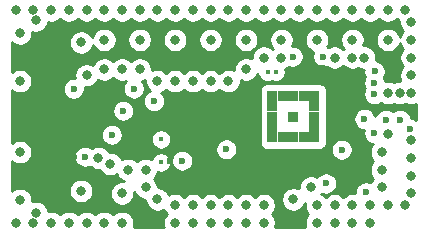
<source format=gbr>
%TF.GenerationSoftware,KiCad,Pcbnew,5.1.9-73d0e3b20d~88~ubuntu20.04.1*%
%TF.CreationDate,2021-03-27T20:59:08+01:00*%
%TF.ProjectId,calvin,63616c76-696e-42e6-9b69-6361645f7063,v1.00*%
%TF.SameCoordinates,Original*%
%TF.FileFunction,Copper,L3,Inr*%
%TF.FilePolarity,Positive*%
%FSLAX46Y46*%
G04 Gerber Fmt 4.6, Leading zero omitted, Abs format (unit mm)*
G04 Created by KiCad (PCBNEW 5.1.9-73d0e3b20d~88~ubuntu20.04.1) date 2021-03-27 20:59:08*
%MOMM*%
%LPD*%
G01*
G04 APERTURE LIST*
%TA.AperFunction,ComponentPad*%
%ADD10R,0.880000X0.880000*%
%TD*%
%TA.AperFunction,ViaPad*%
%ADD11C,0.800000*%
%TD*%
%TA.AperFunction,ViaPad*%
%ADD12C,0.600000*%
%TD*%
%TA.AperFunction,ViaPad*%
%ADD13C,0.450000*%
%TD*%
%TA.AperFunction,Conductor*%
%ADD14C,0.254000*%
%TD*%
%TA.AperFunction,Conductor*%
%ADD15C,0.100000*%
%TD*%
G04 APERTURE END LIST*
D10*
%TO.N,GND*%
%TO.C,U2*%
X156260000Y-101760000D03*
X154500000Y-98240000D03*
X155380000Y-98240000D03*
X156260000Y-98240000D03*
X156260000Y-99120000D03*
X156260000Y-100000000D03*
X154500000Y-100000000D03*
X154500000Y-101760000D03*
X155380000Y-101760000D03*
X156260000Y-100880000D03*
X152740000Y-98240000D03*
X153620000Y-101760000D03*
X152740000Y-100000000D03*
X152740000Y-100880000D03*
X152740000Y-101760000D03*
X153620000Y-98240000D03*
X152740000Y-99120000D03*
%TD*%
D11*
%TO.N,*%
X131000000Y-91000000D03*
D12*
%TO.N,+3V3*%
X158900000Y-101100000D03*
X158900000Y-98400000D03*
X158840000Y-97140000D03*
X157040000Y-95880000D03*
D11*
X134650000Y-93730000D03*
X134030000Y-94850000D03*
X134020000Y-105150000D03*
X134650000Y-106280000D03*
X131380000Y-105150000D03*
X131380000Y-94850000D03*
X151470000Y-102768600D03*
D12*
X135900000Y-103390000D03*
X156460000Y-103920000D03*
D11*
X131400000Y-100800000D03*
X131400000Y-100000000D03*
X131400000Y-99200000D03*
X134350000Y-104319994D03*
X134350000Y-95680004D03*
D12*
X138130000Y-97620000D03*
X140880000Y-102350000D03*
X150855117Y-98370010D03*
X144100000Y-103719994D03*
%TO.N,GND*%
X160640000Y-106400000D03*
X161360000Y-98100000D03*
X161360000Y-97140000D03*
X161380000Y-96170000D03*
X157040000Y-94920000D03*
X154450000Y-94920000D03*
X157270000Y-105660000D03*
D11*
X132700000Y-91850000D03*
X131350000Y-97000000D03*
X131350000Y-103000000D03*
X132700000Y-108150000D03*
X136550000Y-106280000D03*
X131380000Y-107050000D03*
X131380000Y-92950000D03*
X136550000Y-93720000D03*
D12*
X148840000Y-102770000D03*
X136860000Y-103390000D03*
X158600000Y-102790000D03*
X135910000Y-97650000D03*
X141000000Y-97630000D03*
X140100000Y-99510000D03*
X139140012Y-101540000D03*
X142710000Y-98680000D03*
X145100000Y-103730004D03*
X163550000Y-100260000D03*
X164360000Y-101040000D03*
X162330000Y-100260000D03*
X160530000Y-100200000D03*
X161360020Y-101400000D03*
D11*
X132500000Y-91000000D03*
X134000000Y-91000000D03*
X135500000Y-91000000D03*
X137000000Y-91000000D03*
X138500000Y-91000000D03*
X140000000Y-91000000D03*
X141500000Y-91000000D03*
X143000000Y-91000000D03*
X144500000Y-91000000D03*
X146000000Y-91000000D03*
X147500000Y-91000000D03*
X149000000Y-91000000D03*
X150500000Y-91000000D03*
X152000000Y-91000000D03*
X153500000Y-91000000D03*
X155000000Y-91000000D03*
X156500000Y-91000000D03*
X158000000Y-91000000D03*
X159500000Y-91000000D03*
X161000000Y-91000000D03*
X162500000Y-91000000D03*
X164000000Y-91000000D03*
X164500000Y-92000000D03*
X164500000Y-93500000D03*
X164500000Y-95000000D03*
X164500000Y-96500000D03*
X164500000Y-98000000D03*
X163500000Y-98000000D03*
X162500000Y-98000000D03*
X164000000Y-107500000D03*
X164500000Y-106500000D03*
X164500000Y-105000000D03*
X164500000Y-103500000D03*
X164500000Y-102000000D03*
X161000000Y-109000000D03*
X159500000Y-109000000D03*
X158000000Y-109000000D03*
X156500000Y-109000000D03*
X152000000Y-109000000D03*
X150500000Y-109000000D03*
X149000000Y-109000000D03*
X147500000Y-109000000D03*
X146000000Y-109000000D03*
X144500000Y-109000000D03*
X154500000Y-107000000D03*
X140000000Y-109000000D03*
X138500000Y-109000000D03*
X137000000Y-109000000D03*
X135500000Y-109000000D03*
X134000000Y-109000000D03*
X132500000Y-109000000D03*
X131000000Y-109000000D03*
X138000000Y-103500000D03*
X139000000Y-104000000D03*
X142000000Y-104500000D03*
X140500000Y-104500000D03*
X142000000Y-106000000D03*
X143000000Y-107000000D03*
X144500000Y-107500000D03*
X146000000Y-107500000D03*
X147500000Y-107500000D03*
X149000000Y-107500000D03*
X150500000Y-107500000D03*
X152000000Y-107500000D03*
X156000000Y-106000000D03*
X158000000Y-107500000D03*
X159500000Y-107500000D03*
X161000000Y-107500000D03*
X162000000Y-106000000D03*
X162000000Y-104500000D03*
X162000000Y-103000000D03*
X162500000Y-101500000D03*
X160500000Y-95000000D03*
X159500000Y-95000000D03*
X158000000Y-95000000D03*
X153500000Y-95000000D03*
X152000000Y-95000000D03*
X150500000Y-96000000D03*
X149000000Y-97000000D03*
X147500000Y-97000000D03*
X146000000Y-97000000D03*
X144500000Y-97000000D03*
X143000000Y-97000000D03*
X141500000Y-96000000D03*
X140000000Y-96000000D03*
X138500000Y-96000000D03*
X137000000Y-96500000D03*
X156500000Y-107500000D03*
X162500000Y-107500000D03*
X150500000Y-93500000D03*
X147500000Y-93500000D03*
X144500000Y-93500000D03*
X141500000Y-93500000D03*
X138500000Y-93500000D03*
X153500000Y-93500000D03*
X156500000Y-93500000D03*
X159500000Y-93500000D03*
X162500000Y-93500000D03*
X140000000Y-106500000D03*
D13*
%TO.N,dbg_reset*%
X143319996Y-103880000D03*
X152320000Y-96220000D03*
X153000008Y-96220000D03*
X143319998Y-101930000D03*
%TD*%
D14*
%TO.N,+3V3*%
X163340226Y-91803937D02*
X163466888Y-91888570D01*
X163465000Y-91898061D01*
X163465000Y-92101939D01*
X163504774Y-92301898D01*
X163582795Y-92490256D01*
X163696063Y-92659774D01*
X163786289Y-92750000D01*
X163696063Y-92840226D01*
X163582795Y-93009744D01*
X163504774Y-93198102D01*
X163500000Y-93222103D01*
X163495226Y-93198102D01*
X163417205Y-93009744D01*
X163303937Y-92840226D01*
X163159774Y-92696063D01*
X162990256Y-92582795D01*
X162801898Y-92504774D01*
X162601939Y-92465000D01*
X162398061Y-92465000D01*
X162198102Y-92504774D01*
X162009744Y-92582795D01*
X161840226Y-92696063D01*
X161696063Y-92840226D01*
X161582795Y-93009744D01*
X161504774Y-93198102D01*
X161465000Y-93398061D01*
X161465000Y-93601939D01*
X161504774Y-93801898D01*
X161582795Y-93990256D01*
X161696063Y-94159774D01*
X161840226Y-94303937D01*
X162009744Y-94417205D01*
X162198102Y-94495226D01*
X162398061Y-94535000D01*
X162601939Y-94535000D01*
X162801898Y-94495226D01*
X162990256Y-94417205D01*
X163159774Y-94303937D01*
X163303937Y-94159774D01*
X163417205Y-93990256D01*
X163495226Y-93801898D01*
X163500000Y-93777897D01*
X163504774Y-93801898D01*
X163582795Y-93990256D01*
X163696063Y-94159774D01*
X163786289Y-94250000D01*
X163696063Y-94340226D01*
X163582795Y-94509744D01*
X163504774Y-94698102D01*
X163465000Y-94898061D01*
X163465000Y-95101939D01*
X163504774Y-95301898D01*
X163582795Y-95490256D01*
X163696063Y-95659774D01*
X163786289Y-95750000D01*
X163696063Y-95840226D01*
X163582795Y-96009744D01*
X163504774Y-96198102D01*
X163465000Y-96398061D01*
X163465000Y-96601939D01*
X163504774Y-96801898D01*
X163572334Y-96965000D01*
X163398061Y-96965000D01*
X163198102Y-97004774D01*
X163009744Y-97082795D01*
X163000000Y-97089306D01*
X162990256Y-97082795D01*
X162801898Y-97004774D01*
X162601939Y-96965000D01*
X162398061Y-96965000D01*
X162283058Y-96987875D01*
X162259068Y-96867271D01*
X162188586Y-96697111D01*
X162170448Y-96669966D01*
X162208586Y-96612889D01*
X162279068Y-96442729D01*
X162315000Y-96262089D01*
X162315000Y-96077911D01*
X162279068Y-95897271D01*
X162208586Y-95727111D01*
X162106262Y-95573972D01*
X161976028Y-95443738D01*
X161822889Y-95341414D01*
X161652729Y-95270932D01*
X161507146Y-95241973D01*
X161535000Y-95101939D01*
X161535000Y-94898061D01*
X161495226Y-94698102D01*
X161417205Y-94509744D01*
X161303937Y-94340226D01*
X161159774Y-94196063D01*
X160990256Y-94082795D01*
X160801898Y-94004774D01*
X160601939Y-93965000D01*
X160427666Y-93965000D01*
X160495226Y-93801898D01*
X160535000Y-93601939D01*
X160535000Y-93398061D01*
X160495226Y-93198102D01*
X160417205Y-93009744D01*
X160303937Y-92840226D01*
X160159774Y-92696063D01*
X159990256Y-92582795D01*
X159801898Y-92504774D01*
X159601939Y-92465000D01*
X159398061Y-92465000D01*
X159198102Y-92504774D01*
X159009744Y-92582795D01*
X158840226Y-92696063D01*
X158696063Y-92840226D01*
X158582795Y-93009744D01*
X158504774Y-93198102D01*
X158465000Y-93398061D01*
X158465000Y-93601939D01*
X158504774Y-93801898D01*
X158582795Y-93990256D01*
X158696063Y-94159774D01*
X158786289Y-94250000D01*
X158750000Y-94286289D01*
X158659774Y-94196063D01*
X158490256Y-94082795D01*
X158301898Y-94004774D01*
X158101939Y-93965000D01*
X157898061Y-93965000D01*
X157698102Y-94004774D01*
X157509744Y-94082795D01*
X157489867Y-94096076D01*
X157482889Y-94091414D01*
X157378504Y-94048177D01*
X157417205Y-93990256D01*
X157495226Y-93801898D01*
X157535000Y-93601939D01*
X157535000Y-93398061D01*
X157495226Y-93198102D01*
X157417205Y-93009744D01*
X157303937Y-92840226D01*
X157159774Y-92696063D01*
X156990256Y-92582795D01*
X156801898Y-92504774D01*
X156601939Y-92465000D01*
X156398061Y-92465000D01*
X156198102Y-92504774D01*
X156009744Y-92582795D01*
X155840226Y-92696063D01*
X155696063Y-92840226D01*
X155582795Y-93009744D01*
X155504774Y-93198102D01*
X155465000Y-93398061D01*
X155465000Y-93601939D01*
X155504774Y-93801898D01*
X155582795Y-93990256D01*
X155696063Y-94159774D01*
X155840226Y-94303937D01*
X156009744Y-94417205D01*
X156198102Y-94495226D01*
X156203468Y-94496293D01*
X156140932Y-94647271D01*
X156105000Y-94827911D01*
X156105000Y-95012089D01*
X156140932Y-95192729D01*
X156211414Y-95362889D01*
X156313738Y-95516028D01*
X156443972Y-95646262D01*
X156597111Y-95748586D01*
X156767271Y-95819068D01*
X156947911Y-95855000D01*
X157132089Y-95855000D01*
X157312729Y-95819068D01*
X157343683Y-95806247D01*
X157509744Y-95917205D01*
X157698102Y-95995226D01*
X157898061Y-96035000D01*
X158101939Y-96035000D01*
X158301898Y-95995226D01*
X158490256Y-95917205D01*
X158659774Y-95803937D01*
X158750000Y-95713711D01*
X158840226Y-95803937D01*
X159009744Y-95917205D01*
X159198102Y-95995226D01*
X159398061Y-96035000D01*
X159601939Y-96035000D01*
X159801898Y-95995226D01*
X159990256Y-95917205D01*
X160000000Y-95910694D01*
X160009744Y-95917205D01*
X160198102Y-95995226D01*
X160398061Y-96035000D01*
X160453536Y-96035000D01*
X160445000Y-96077911D01*
X160445000Y-96262089D01*
X160480932Y-96442729D01*
X160551414Y-96612889D01*
X160569552Y-96640034D01*
X160531414Y-96697111D01*
X160460932Y-96867271D01*
X160425000Y-97047911D01*
X160425000Y-97232089D01*
X160460932Y-97412729D01*
X160531414Y-97582889D01*
X160556211Y-97620000D01*
X160531414Y-97657111D01*
X160460932Y-97827271D01*
X160425000Y-98007911D01*
X160425000Y-98192089D01*
X160460932Y-98372729D01*
X160531414Y-98542889D01*
X160633738Y-98696028D01*
X160763972Y-98826262D01*
X160917111Y-98928586D01*
X161087271Y-98999068D01*
X161267911Y-99035000D01*
X161452089Y-99035000D01*
X161632729Y-98999068D01*
X161802889Y-98928586D01*
X161914833Y-98853788D01*
X162009744Y-98917205D01*
X162198102Y-98995226D01*
X162398061Y-99035000D01*
X162601939Y-99035000D01*
X162801898Y-98995226D01*
X162990256Y-98917205D01*
X163000000Y-98910694D01*
X163009744Y-98917205D01*
X163198102Y-98995226D01*
X163398061Y-99035000D01*
X163601939Y-99035000D01*
X163801898Y-98995226D01*
X163990256Y-98917205D01*
X164000000Y-98910694D01*
X164009744Y-98917205D01*
X164198102Y-98995226D01*
X164398061Y-99035000D01*
X164601939Y-99035000D01*
X164801898Y-98995226D01*
X164873000Y-98965774D01*
X164873000Y-100258261D01*
X164802889Y-100211414D01*
X164632729Y-100140932D01*
X164473326Y-100109224D01*
X164449068Y-99987271D01*
X164378586Y-99817111D01*
X164276262Y-99663972D01*
X164146028Y-99533738D01*
X163992889Y-99431414D01*
X163822729Y-99360932D01*
X163642089Y-99325000D01*
X163457911Y-99325000D01*
X163277271Y-99360932D01*
X163107111Y-99431414D01*
X162953972Y-99533738D01*
X162940000Y-99547710D01*
X162926028Y-99533738D01*
X162772889Y-99431414D01*
X162602729Y-99360932D01*
X162422089Y-99325000D01*
X162237911Y-99325000D01*
X162057271Y-99360932D01*
X161887111Y-99431414D01*
X161733972Y-99533738D01*
X161603738Y-99663972D01*
X161501414Y-99817111D01*
X161437736Y-99970845D01*
X161429068Y-99927271D01*
X161358586Y-99757111D01*
X161256262Y-99603972D01*
X161126028Y-99473738D01*
X160972889Y-99371414D01*
X160802729Y-99300932D01*
X160622089Y-99265000D01*
X160437911Y-99265000D01*
X160257271Y-99300932D01*
X160087111Y-99371414D01*
X159933972Y-99473738D01*
X159803738Y-99603972D01*
X159701414Y-99757111D01*
X159630932Y-99927271D01*
X159595000Y-100107911D01*
X159595000Y-100292089D01*
X159630932Y-100472729D01*
X159701414Y-100642889D01*
X159803738Y-100796028D01*
X159933972Y-100926262D01*
X160087111Y-101028586D01*
X160257271Y-101099068D01*
X160437911Y-101135000D01*
X160459415Y-101135000D01*
X160425020Y-101307911D01*
X160425020Y-101492089D01*
X160460952Y-101672729D01*
X160531434Y-101842889D01*
X160633758Y-101996028D01*
X160763992Y-102126262D01*
X160917131Y-102228586D01*
X161087291Y-102299068D01*
X161212346Y-102323943D01*
X161196063Y-102340226D01*
X161082795Y-102509744D01*
X161004774Y-102698102D01*
X160965000Y-102898061D01*
X160965000Y-103101939D01*
X161004774Y-103301898D01*
X161082795Y-103490256D01*
X161196063Y-103659774D01*
X161286289Y-103750000D01*
X161196063Y-103840226D01*
X161082795Y-104009744D01*
X161004774Y-104198102D01*
X160965000Y-104398061D01*
X160965000Y-104601939D01*
X161004774Y-104801898D01*
X161082795Y-104990256D01*
X161196063Y-105159774D01*
X161286289Y-105250000D01*
X161196063Y-105340226D01*
X161082795Y-105509744D01*
X161061005Y-105562349D01*
X160912729Y-105500932D01*
X160732089Y-105465000D01*
X160547911Y-105465000D01*
X160367271Y-105500932D01*
X160197111Y-105571414D01*
X160043972Y-105673738D01*
X159913738Y-105803972D01*
X159811414Y-105957111D01*
X159740932Y-106127271D01*
X159705000Y-106307911D01*
X159705000Y-106485500D01*
X159601939Y-106465000D01*
X159398061Y-106465000D01*
X159198102Y-106504774D01*
X159009744Y-106582795D01*
X158840226Y-106696063D01*
X158750000Y-106786289D01*
X158659774Y-106696063D01*
X158490256Y-106582795D01*
X158301898Y-106504774D01*
X158101939Y-106465000D01*
X157898061Y-106465000D01*
X157698102Y-106504774D01*
X157509744Y-106582795D01*
X157340226Y-106696063D01*
X157250000Y-106786289D01*
X157159774Y-106696063D01*
X156990256Y-106582795D01*
X156884612Y-106539035D01*
X156898549Y-106518176D01*
X156997271Y-106559068D01*
X157177911Y-106595000D01*
X157362089Y-106595000D01*
X157542729Y-106559068D01*
X157712889Y-106488586D01*
X157866028Y-106386262D01*
X157996262Y-106256028D01*
X158098586Y-106102889D01*
X158169068Y-105932729D01*
X158205000Y-105752089D01*
X158205000Y-105567911D01*
X158169068Y-105387271D01*
X158098586Y-105217111D01*
X157996262Y-105063972D01*
X157866028Y-104933738D01*
X157712889Y-104831414D01*
X157542729Y-104760932D01*
X157362089Y-104725000D01*
X157177911Y-104725000D01*
X156997271Y-104760932D01*
X156827111Y-104831414D01*
X156673972Y-104933738D01*
X156543738Y-105063972D01*
X156518535Y-105101691D01*
X156490256Y-105082795D01*
X156301898Y-105004774D01*
X156101939Y-104965000D01*
X155898061Y-104965000D01*
X155698102Y-105004774D01*
X155509744Y-105082795D01*
X155340226Y-105196063D01*
X155196063Y-105340226D01*
X155082795Y-105509744D01*
X155004774Y-105698102D01*
X154965000Y-105898061D01*
X154965000Y-106072334D01*
X154801898Y-106004774D01*
X154601939Y-105965000D01*
X154398061Y-105965000D01*
X154198102Y-106004774D01*
X154009744Y-106082795D01*
X153840226Y-106196063D01*
X153696063Y-106340226D01*
X153582795Y-106509744D01*
X153504774Y-106698102D01*
X153465000Y-106898061D01*
X153465000Y-107101939D01*
X153504774Y-107301898D01*
X153582795Y-107490256D01*
X153696063Y-107659774D01*
X153840226Y-107803937D01*
X154009744Y-107917205D01*
X154198102Y-107995226D01*
X154398061Y-108035000D01*
X154601939Y-108035000D01*
X154801898Y-107995226D01*
X154990256Y-107917205D01*
X155159774Y-107803937D01*
X155303937Y-107659774D01*
X155417205Y-107490256D01*
X155473875Y-107353444D01*
X155465000Y-107398061D01*
X155465000Y-107601939D01*
X155504774Y-107801898D01*
X155582795Y-107990256D01*
X155696063Y-108159774D01*
X155786289Y-108250000D01*
X155696063Y-108340226D01*
X155582795Y-108509744D01*
X155504774Y-108698102D01*
X155465000Y-108898061D01*
X155465000Y-109101939D01*
X155504774Y-109301898D01*
X155520556Y-109340000D01*
X152979444Y-109340000D01*
X152995226Y-109301898D01*
X153035000Y-109101939D01*
X153035000Y-108898061D01*
X152995226Y-108698102D01*
X152917205Y-108509744D01*
X152803937Y-108340226D01*
X152713711Y-108250000D01*
X152803937Y-108159774D01*
X152917205Y-107990256D01*
X152995226Y-107801898D01*
X153035000Y-107601939D01*
X153035000Y-107398061D01*
X152995226Y-107198102D01*
X152917205Y-107009744D01*
X152803937Y-106840226D01*
X152659774Y-106696063D01*
X152490256Y-106582795D01*
X152301898Y-106504774D01*
X152101939Y-106465000D01*
X151898061Y-106465000D01*
X151698102Y-106504774D01*
X151509744Y-106582795D01*
X151340226Y-106696063D01*
X151250000Y-106786289D01*
X151159774Y-106696063D01*
X150990256Y-106582795D01*
X150801898Y-106504774D01*
X150601939Y-106465000D01*
X150398061Y-106465000D01*
X150198102Y-106504774D01*
X150009744Y-106582795D01*
X149840226Y-106696063D01*
X149750000Y-106786289D01*
X149659774Y-106696063D01*
X149490256Y-106582795D01*
X149301898Y-106504774D01*
X149101939Y-106465000D01*
X148898061Y-106465000D01*
X148698102Y-106504774D01*
X148509744Y-106582795D01*
X148340226Y-106696063D01*
X148250000Y-106786289D01*
X148159774Y-106696063D01*
X147990256Y-106582795D01*
X147801898Y-106504774D01*
X147601939Y-106465000D01*
X147398061Y-106465000D01*
X147198102Y-106504774D01*
X147009744Y-106582795D01*
X146840226Y-106696063D01*
X146750000Y-106786289D01*
X146659774Y-106696063D01*
X146490256Y-106582795D01*
X146301898Y-106504774D01*
X146101939Y-106465000D01*
X145898061Y-106465000D01*
X145698102Y-106504774D01*
X145509744Y-106582795D01*
X145340226Y-106696063D01*
X145250000Y-106786289D01*
X145159774Y-106696063D01*
X144990256Y-106582795D01*
X144801898Y-106504774D01*
X144601939Y-106465000D01*
X144398061Y-106465000D01*
X144198102Y-106504774D01*
X144009744Y-106582795D01*
X143960965Y-106615388D01*
X143917205Y-106509744D01*
X143803937Y-106340226D01*
X143659774Y-106196063D01*
X143490256Y-106082795D01*
X143301898Y-106004774D01*
X143101939Y-105965000D01*
X143035000Y-105965000D01*
X143035000Y-105898061D01*
X142995226Y-105698102D01*
X142917205Y-105509744D01*
X142803937Y-105340226D01*
X142713711Y-105250000D01*
X142803937Y-105159774D01*
X142917205Y-104990256D01*
X142995226Y-104801898D01*
X143018301Y-104685891D01*
X143069143Y-104706951D01*
X143235293Y-104740000D01*
X143404699Y-104740000D01*
X143570849Y-104706951D01*
X143727359Y-104642122D01*
X143868214Y-104548005D01*
X143988001Y-104428218D01*
X144082118Y-104287363D01*
X144146947Y-104130853D01*
X144179996Y-103964703D01*
X144179996Y-103897482D01*
X144200932Y-104002733D01*
X144271414Y-104172893D01*
X144373738Y-104326032D01*
X144503972Y-104456266D01*
X144657111Y-104558590D01*
X144827271Y-104629072D01*
X145007911Y-104665004D01*
X145192089Y-104665004D01*
X145372729Y-104629072D01*
X145542889Y-104558590D01*
X145696028Y-104456266D01*
X145826262Y-104326032D01*
X145928586Y-104172893D01*
X145999068Y-104002733D01*
X146035000Y-103822093D01*
X146035000Y-103637915D01*
X145999068Y-103457275D01*
X145928586Y-103287115D01*
X145826262Y-103133976D01*
X145696028Y-103003742D01*
X145542889Y-102901418D01*
X145372729Y-102830936D01*
X145192089Y-102795004D01*
X145007911Y-102795004D01*
X144827271Y-102830936D01*
X144657111Y-102901418D01*
X144503972Y-103003742D01*
X144373738Y-103133976D01*
X144271414Y-103287115D01*
X144200932Y-103457275D01*
X144165000Y-103637915D01*
X144165000Y-103719906D01*
X144146947Y-103629147D01*
X144082118Y-103472637D01*
X143988001Y-103331782D01*
X143868214Y-103211995D01*
X143727359Y-103117878D01*
X143570849Y-103053049D01*
X143404699Y-103020000D01*
X143235293Y-103020000D01*
X143069143Y-103053049D01*
X142912633Y-103117878D01*
X142771778Y-103211995D01*
X142651991Y-103331782D01*
X142557874Y-103472637D01*
X142507478Y-103594302D01*
X142490256Y-103582795D01*
X142301898Y-103504774D01*
X142101939Y-103465000D01*
X141898061Y-103465000D01*
X141698102Y-103504774D01*
X141509744Y-103582795D01*
X141340226Y-103696063D01*
X141250000Y-103786289D01*
X141159774Y-103696063D01*
X140990256Y-103582795D01*
X140801898Y-103504774D01*
X140601939Y-103465000D01*
X140398061Y-103465000D01*
X140198102Y-103504774D01*
X140009744Y-103582795D01*
X139960965Y-103615388D01*
X139917205Y-103509744D01*
X139803937Y-103340226D01*
X139659774Y-103196063D01*
X139490256Y-103082795D01*
X139301898Y-103004774D01*
X139101939Y-102965000D01*
X138898061Y-102965000D01*
X138888570Y-102966888D01*
X138803937Y-102840226D01*
X138659774Y-102696063D01*
X138490256Y-102582795D01*
X138301898Y-102504774D01*
X138101939Y-102465000D01*
X137898061Y-102465000D01*
X137698102Y-102504774D01*
X137509744Y-102582795D01*
X137422316Y-102641212D01*
X137302889Y-102561414D01*
X137132729Y-102490932D01*
X136952089Y-102455000D01*
X136767911Y-102455000D01*
X136587271Y-102490932D01*
X136417111Y-102561414D01*
X136263972Y-102663738D01*
X136133738Y-102793972D01*
X136031414Y-102947111D01*
X135960932Y-103117271D01*
X135925000Y-103297911D01*
X135925000Y-103482089D01*
X135960932Y-103662729D01*
X136031414Y-103832889D01*
X136133738Y-103986028D01*
X136263972Y-104116262D01*
X136417111Y-104218586D01*
X136587271Y-104289068D01*
X136767911Y-104325000D01*
X136952089Y-104325000D01*
X137132729Y-104289068D01*
X137268938Y-104232649D01*
X137340226Y-104303937D01*
X137509744Y-104417205D01*
X137698102Y-104495226D01*
X137898061Y-104535000D01*
X138101939Y-104535000D01*
X138111430Y-104533112D01*
X138196063Y-104659774D01*
X138340226Y-104803937D01*
X138509744Y-104917205D01*
X138698102Y-104995226D01*
X138898061Y-105035000D01*
X139101939Y-105035000D01*
X139301898Y-104995226D01*
X139490256Y-104917205D01*
X139539035Y-104884612D01*
X139582795Y-104990256D01*
X139696063Y-105159774D01*
X139840226Y-105303937D01*
X140009744Y-105417205D01*
X140146556Y-105473875D01*
X140101939Y-105465000D01*
X139898061Y-105465000D01*
X139698102Y-105504774D01*
X139509744Y-105582795D01*
X139340226Y-105696063D01*
X139196063Y-105840226D01*
X139082795Y-106009744D01*
X139004774Y-106198102D01*
X138965000Y-106398061D01*
X138965000Y-106601939D01*
X139004774Y-106801898D01*
X139082795Y-106990256D01*
X139196063Y-107159774D01*
X139340226Y-107303937D01*
X139509744Y-107417205D01*
X139698102Y-107495226D01*
X139898061Y-107535000D01*
X140101939Y-107535000D01*
X140301898Y-107495226D01*
X140490256Y-107417205D01*
X140659774Y-107303937D01*
X140803937Y-107159774D01*
X140917205Y-106990256D01*
X140995226Y-106801898D01*
X141035000Y-106601939D01*
X141035000Y-106398061D01*
X141026125Y-106353444D01*
X141082795Y-106490256D01*
X141196063Y-106659774D01*
X141340226Y-106803937D01*
X141509744Y-106917205D01*
X141698102Y-106995226D01*
X141898061Y-107035000D01*
X141965000Y-107035000D01*
X141965000Y-107101939D01*
X142004774Y-107301898D01*
X142082795Y-107490256D01*
X142196063Y-107659774D01*
X142340226Y-107803937D01*
X142509744Y-107917205D01*
X142698102Y-107995226D01*
X142898061Y-108035000D01*
X143101939Y-108035000D01*
X143301898Y-107995226D01*
X143490256Y-107917205D01*
X143539035Y-107884612D01*
X143582795Y-107990256D01*
X143696063Y-108159774D01*
X143786289Y-108250000D01*
X143696063Y-108340226D01*
X143582795Y-108509744D01*
X143504774Y-108698102D01*
X143465000Y-108898061D01*
X143465000Y-109101939D01*
X143504774Y-109301898D01*
X143520556Y-109340000D01*
X140979444Y-109340000D01*
X140995226Y-109301898D01*
X141035000Y-109101939D01*
X141035000Y-108898061D01*
X140995226Y-108698102D01*
X140917205Y-108509744D01*
X140803937Y-108340226D01*
X140659774Y-108196063D01*
X140490256Y-108082795D01*
X140301898Y-108004774D01*
X140101939Y-107965000D01*
X139898061Y-107965000D01*
X139698102Y-108004774D01*
X139509744Y-108082795D01*
X139340226Y-108196063D01*
X139250000Y-108286289D01*
X139159774Y-108196063D01*
X138990256Y-108082795D01*
X138801898Y-108004774D01*
X138601939Y-107965000D01*
X138398061Y-107965000D01*
X138198102Y-108004774D01*
X138009744Y-108082795D01*
X137840226Y-108196063D01*
X137750000Y-108286289D01*
X137659774Y-108196063D01*
X137490256Y-108082795D01*
X137301898Y-108004774D01*
X137101939Y-107965000D01*
X136898061Y-107965000D01*
X136698102Y-108004774D01*
X136509744Y-108082795D01*
X136340226Y-108196063D01*
X136250000Y-108286289D01*
X136159774Y-108196063D01*
X135990256Y-108082795D01*
X135801898Y-108004774D01*
X135601939Y-107965000D01*
X135398061Y-107965000D01*
X135198102Y-108004774D01*
X135009744Y-108082795D01*
X134840226Y-108196063D01*
X134750000Y-108286289D01*
X134659774Y-108196063D01*
X134490256Y-108082795D01*
X134301898Y-108004774D01*
X134101939Y-107965000D01*
X133898061Y-107965000D01*
X133725313Y-107999361D01*
X133695226Y-107848102D01*
X133617205Y-107659744D01*
X133503937Y-107490226D01*
X133359774Y-107346063D01*
X133190256Y-107232795D01*
X133001898Y-107154774D01*
X132801939Y-107115000D01*
X132598061Y-107115000D01*
X132415000Y-107151413D01*
X132415000Y-106948061D01*
X132375226Y-106748102D01*
X132297205Y-106559744D01*
X132183937Y-106390226D01*
X132039774Y-106246063D01*
X131938002Y-106178061D01*
X135515000Y-106178061D01*
X135515000Y-106381939D01*
X135554774Y-106581898D01*
X135632795Y-106770256D01*
X135746063Y-106939774D01*
X135890226Y-107083937D01*
X136059744Y-107197205D01*
X136248102Y-107275226D01*
X136448061Y-107315000D01*
X136651939Y-107315000D01*
X136851898Y-107275226D01*
X137040256Y-107197205D01*
X137209774Y-107083937D01*
X137353937Y-106939774D01*
X137467205Y-106770256D01*
X137545226Y-106581898D01*
X137585000Y-106381939D01*
X137585000Y-106178061D01*
X137545226Y-105978102D01*
X137467205Y-105789744D01*
X137353937Y-105620226D01*
X137209774Y-105476063D01*
X137040256Y-105362795D01*
X136851898Y-105284774D01*
X136651939Y-105245000D01*
X136448061Y-105245000D01*
X136248102Y-105284774D01*
X136059744Y-105362795D01*
X135890226Y-105476063D01*
X135746063Y-105620226D01*
X135632795Y-105789744D01*
X135554774Y-105978102D01*
X135515000Y-106178061D01*
X131938002Y-106178061D01*
X131870256Y-106132795D01*
X131681898Y-106054774D01*
X131481939Y-106015000D01*
X131278061Y-106015000D01*
X131078102Y-106054774D01*
X130889744Y-106132795D01*
X130720226Y-106246063D01*
X130660000Y-106306289D01*
X130660000Y-103773711D01*
X130690226Y-103803937D01*
X130859744Y-103917205D01*
X131048102Y-103995226D01*
X131248061Y-104035000D01*
X131451939Y-104035000D01*
X131651898Y-103995226D01*
X131840256Y-103917205D01*
X132009774Y-103803937D01*
X132153937Y-103659774D01*
X132267205Y-103490256D01*
X132345226Y-103301898D01*
X132385000Y-103101939D01*
X132385000Y-102898061D01*
X132345226Y-102698102D01*
X132267205Y-102509744D01*
X132153937Y-102340226D01*
X132009774Y-102196063D01*
X131840256Y-102082795D01*
X131651898Y-102004774D01*
X131451939Y-101965000D01*
X131248061Y-101965000D01*
X131048102Y-102004774D01*
X130859744Y-102082795D01*
X130690226Y-102196063D01*
X130660000Y-102226289D01*
X130660000Y-101447911D01*
X138205012Y-101447911D01*
X138205012Y-101632089D01*
X138240944Y-101812729D01*
X138311426Y-101982889D01*
X138413750Y-102136028D01*
X138543984Y-102266262D01*
X138697123Y-102368586D01*
X138867283Y-102439068D01*
X139047923Y-102475000D01*
X139232101Y-102475000D01*
X139412741Y-102439068D01*
X139582901Y-102368586D01*
X139736040Y-102266262D01*
X139866274Y-102136028D01*
X139968598Y-101982889D01*
X140025590Y-101845297D01*
X142459998Y-101845297D01*
X142459998Y-102014703D01*
X142493047Y-102180853D01*
X142557876Y-102337363D01*
X142651993Y-102478218D01*
X142771780Y-102598005D01*
X142912635Y-102692122D01*
X143069145Y-102756951D01*
X143235295Y-102790000D01*
X143404701Y-102790000D01*
X143570851Y-102756951D01*
X143727361Y-102692122D01*
X143748629Y-102677911D01*
X147905000Y-102677911D01*
X147905000Y-102862089D01*
X147940932Y-103042729D01*
X148011414Y-103212889D01*
X148113738Y-103366028D01*
X148243972Y-103496262D01*
X148397111Y-103598586D01*
X148567271Y-103669068D01*
X148747911Y-103705000D01*
X148932089Y-103705000D01*
X149112729Y-103669068D01*
X149282889Y-103598586D01*
X149436028Y-103496262D01*
X149566262Y-103366028D01*
X149668586Y-103212889D01*
X149739068Y-103042729D01*
X149775000Y-102862089D01*
X149775000Y-102677911D01*
X149739068Y-102497271D01*
X149668586Y-102327111D01*
X149566262Y-102173972D01*
X149436028Y-102043738D01*
X149282889Y-101941414D01*
X149112729Y-101870932D01*
X148932089Y-101835000D01*
X148747911Y-101835000D01*
X148567271Y-101870932D01*
X148397111Y-101941414D01*
X148243972Y-102043738D01*
X148113738Y-102173972D01*
X148011414Y-102327111D01*
X147940932Y-102497271D01*
X147905000Y-102677911D01*
X143748629Y-102677911D01*
X143868216Y-102598005D01*
X143988003Y-102478218D01*
X144082120Y-102337363D01*
X144146949Y-102180853D01*
X144179998Y-102014703D01*
X144179998Y-101845297D01*
X144146949Y-101679147D01*
X144082120Y-101522637D01*
X143988003Y-101381782D01*
X143868216Y-101261995D01*
X143727361Y-101167878D01*
X143570851Y-101103049D01*
X143404701Y-101070000D01*
X143235295Y-101070000D01*
X143069145Y-101103049D01*
X142912635Y-101167878D01*
X142771780Y-101261995D01*
X142651993Y-101381782D01*
X142557876Y-101522637D01*
X142493047Y-101679147D01*
X142459998Y-101845297D01*
X140025590Y-101845297D01*
X140039080Y-101812729D01*
X140075012Y-101632089D01*
X140075012Y-101447911D01*
X140039080Y-101267271D01*
X139968598Y-101097111D01*
X139866274Y-100943972D01*
X139736040Y-100813738D01*
X139582901Y-100711414D01*
X139412741Y-100640932D01*
X139232101Y-100605000D01*
X139047923Y-100605000D01*
X138867283Y-100640932D01*
X138697123Y-100711414D01*
X138543984Y-100813738D01*
X138413750Y-100943972D01*
X138311426Y-101097111D01*
X138240944Y-101267271D01*
X138205012Y-101447911D01*
X130660000Y-101447911D01*
X130660000Y-99417911D01*
X139165000Y-99417911D01*
X139165000Y-99602089D01*
X139200932Y-99782729D01*
X139271414Y-99952889D01*
X139373738Y-100106028D01*
X139503972Y-100236262D01*
X139657111Y-100338586D01*
X139827271Y-100409068D01*
X140007911Y-100445000D01*
X140192089Y-100445000D01*
X140372729Y-100409068D01*
X140542889Y-100338586D01*
X140696028Y-100236262D01*
X140826262Y-100106028D01*
X140928586Y-99952889D01*
X140999068Y-99782729D01*
X141035000Y-99602089D01*
X141035000Y-99417911D01*
X140999068Y-99237271D01*
X140928586Y-99067111D01*
X140826262Y-98913972D01*
X140696028Y-98783738D01*
X140542889Y-98681414D01*
X140372729Y-98610932D01*
X140192089Y-98575000D01*
X140007911Y-98575000D01*
X139827271Y-98610932D01*
X139657111Y-98681414D01*
X139503972Y-98783738D01*
X139373738Y-98913972D01*
X139271414Y-99067111D01*
X139200932Y-99237271D01*
X139165000Y-99417911D01*
X130660000Y-99417911D01*
X130660000Y-97773711D01*
X130690226Y-97803937D01*
X130859744Y-97917205D01*
X131048102Y-97995226D01*
X131248061Y-98035000D01*
X131451939Y-98035000D01*
X131651898Y-97995226D01*
X131840256Y-97917205D01*
X132009774Y-97803937D01*
X132153937Y-97659774D01*
X132221999Y-97557911D01*
X134975000Y-97557911D01*
X134975000Y-97742089D01*
X135010932Y-97922729D01*
X135081414Y-98092889D01*
X135183738Y-98246028D01*
X135313972Y-98376262D01*
X135467111Y-98478586D01*
X135637271Y-98549068D01*
X135817911Y-98585000D01*
X136002089Y-98585000D01*
X136182729Y-98549068D01*
X136352889Y-98478586D01*
X136506028Y-98376262D01*
X136636262Y-98246028D01*
X136738586Y-98092889D01*
X136809068Y-97922729D01*
X136845000Y-97742089D01*
X136845000Y-97557911D01*
X136838069Y-97523067D01*
X136898061Y-97535000D01*
X137101939Y-97535000D01*
X137301898Y-97495226D01*
X137490256Y-97417205D01*
X137659774Y-97303937D01*
X137803937Y-97159774D01*
X137917205Y-96990256D01*
X137960965Y-96884612D01*
X138009744Y-96917205D01*
X138198102Y-96995226D01*
X138398061Y-97035000D01*
X138601939Y-97035000D01*
X138801898Y-96995226D01*
X138990256Y-96917205D01*
X139159774Y-96803937D01*
X139250000Y-96713711D01*
X139340226Y-96803937D01*
X139509744Y-96917205D01*
X139698102Y-96995226D01*
X139898061Y-97035000D01*
X140101939Y-97035000D01*
X140301898Y-96995226D01*
X140319970Y-96987740D01*
X140273738Y-97033972D01*
X140171414Y-97187111D01*
X140100932Y-97357271D01*
X140065000Y-97537911D01*
X140065000Y-97722089D01*
X140100932Y-97902729D01*
X140171414Y-98072889D01*
X140273738Y-98226028D01*
X140403972Y-98356262D01*
X140557111Y-98458586D01*
X140727271Y-98529068D01*
X140907911Y-98565000D01*
X141092089Y-98565000D01*
X141272729Y-98529068D01*
X141442889Y-98458586D01*
X141596028Y-98356262D01*
X141726262Y-98226028D01*
X141828586Y-98072889D01*
X141899068Y-97902729D01*
X141935000Y-97722089D01*
X141935000Y-97537911D01*
X141899068Y-97357271D01*
X141828586Y-97187111D01*
X141726262Y-97033972D01*
X141706493Y-97014203D01*
X141801898Y-96995226D01*
X141965000Y-96927666D01*
X141965000Y-97101939D01*
X142004774Y-97301898D01*
X142082795Y-97490256D01*
X142196063Y-97659774D01*
X142340226Y-97803937D01*
X142356109Y-97814550D01*
X142267111Y-97851414D01*
X142113972Y-97953738D01*
X141983738Y-98083972D01*
X141881414Y-98237111D01*
X141810932Y-98407271D01*
X141775000Y-98587911D01*
X141775000Y-98772089D01*
X141810932Y-98952729D01*
X141881414Y-99122889D01*
X141983738Y-99276028D01*
X142113972Y-99406262D01*
X142267111Y-99508586D01*
X142437271Y-99579068D01*
X142617911Y-99615000D01*
X142802089Y-99615000D01*
X142982729Y-99579068D01*
X143152889Y-99508586D01*
X143306028Y-99406262D01*
X143436262Y-99276028D01*
X143538586Y-99122889D01*
X143609068Y-98952729D01*
X143645000Y-98772089D01*
X143645000Y-98587911D01*
X143609068Y-98407271D01*
X143538586Y-98237111D01*
X143436262Y-98083972D01*
X143334155Y-97981865D01*
X143490256Y-97917205D01*
X143659774Y-97803937D01*
X143750000Y-97713711D01*
X143840226Y-97803937D01*
X144009744Y-97917205D01*
X144198102Y-97995226D01*
X144398061Y-98035000D01*
X144601939Y-98035000D01*
X144801898Y-97995226D01*
X144990256Y-97917205D01*
X145159774Y-97803937D01*
X145250000Y-97713711D01*
X145340226Y-97803937D01*
X145509744Y-97917205D01*
X145698102Y-97995226D01*
X145898061Y-98035000D01*
X146101939Y-98035000D01*
X146301898Y-97995226D01*
X146490256Y-97917205D01*
X146659774Y-97803937D01*
X146750000Y-97713711D01*
X146840226Y-97803937D01*
X147009744Y-97917205D01*
X147198102Y-97995226D01*
X147398061Y-98035000D01*
X147601939Y-98035000D01*
X147801898Y-97995226D01*
X147990256Y-97917205D01*
X148159774Y-97803937D01*
X148250000Y-97713711D01*
X148340226Y-97803937D01*
X148509744Y-97917205D01*
X148698102Y-97995226D01*
X148898061Y-98035000D01*
X149101939Y-98035000D01*
X149301898Y-97995226D01*
X149490256Y-97917205D01*
X149659774Y-97803937D01*
X149663711Y-97800000D01*
X151661928Y-97800000D01*
X151661928Y-102200000D01*
X151674188Y-102324482D01*
X151710498Y-102444180D01*
X151769463Y-102554494D01*
X151848815Y-102651185D01*
X151945506Y-102730537D01*
X152055820Y-102789502D01*
X152175518Y-102825812D01*
X152300000Y-102838072D01*
X156700000Y-102838072D01*
X156824482Y-102825812D01*
X156944180Y-102789502D01*
X157054494Y-102730537D01*
X157094249Y-102697911D01*
X157665000Y-102697911D01*
X157665000Y-102882089D01*
X157700932Y-103062729D01*
X157771414Y-103232889D01*
X157873738Y-103386028D01*
X158003972Y-103516262D01*
X158157111Y-103618586D01*
X158327271Y-103689068D01*
X158507911Y-103725000D01*
X158692089Y-103725000D01*
X158872729Y-103689068D01*
X159042889Y-103618586D01*
X159196028Y-103516262D01*
X159326262Y-103386028D01*
X159428586Y-103232889D01*
X159499068Y-103062729D01*
X159535000Y-102882089D01*
X159535000Y-102697911D01*
X159499068Y-102517271D01*
X159428586Y-102347111D01*
X159326262Y-102193972D01*
X159196028Y-102063738D01*
X159042889Y-101961414D01*
X158872729Y-101890932D01*
X158692089Y-101855000D01*
X158507911Y-101855000D01*
X158327271Y-101890932D01*
X158157111Y-101961414D01*
X158003972Y-102063738D01*
X157873738Y-102193972D01*
X157771414Y-102347111D01*
X157700932Y-102517271D01*
X157665000Y-102697911D01*
X157094249Y-102697911D01*
X157151185Y-102651185D01*
X157230537Y-102554494D01*
X157289502Y-102444180D01*
X157325812Y-102324482D01*
X157338072Y-102200000D01*
X157338072Y-97800000D01*
X157325812Y-97675518D01*
X157289502Y-97555820D01*
X157230537Y-97445506D01*
X157151185Y-97348815D01*
X157054494Y-97269463D01*
X156944180Y-97210498D01*
X156824482Y-97174188D01*
X156700000Y-97161928D01*
X152300000Y-97161928D01*
X152175518Y-97174188D01*
X152055820Y-97210498D01*
X151945506Y-97269463D01*
X151848815Y-97348815D01*
X151769463Y-97445506D01*
X151710498Y-97555820D01*
X151674188Y-97675518D01*
X151661928Y-97800000D01*
X149663711Y-97800000D01*
X149803937Y-97659774D01*
X149917205Y-97490256D01*
X149995226Y-97301898D01*
X150035000Y-97101939D01*
X150035000Y-96927666D01*
X150198102Y-96995226D01*
X150398061Y-97035000D01*
X150601939Y-97035000D01*
X150801898Y-96995226D01*
X150990256Y-96917205D01*
X151159774Y-96803937D01*
X151303937Y-96659774D01*
X151417205Y-96490256D01*
X151471051Y-96360261D01*
X151493049Y-96470853D01*
X151557878Y-96627363D01*
X151651995Y-96768218D01*
X151771782Y-96888005D01*
X151912637Y-96982122D01*
X152069147Y-97046951D01*
X152235297Y-97080000D01*
X152404703Y-97080000D01*
X152570853Y-97046951D01*
X152660004Y-97010023D01*
X152749155Y-97046951D01*
X152915305Y-97080000D01*
X153084711Y-97080000D01*
X153250861Y-97046951D01*
X153407371Y-96982122D01*
X153548226Y-96888005D01*
X153668013Y-96768218D01*
X153762130Y-96627363D01*
X153826959Y-96470853D01*
X153860008Y-96304703D01*
X153860008Y-96135297D01*
X153829844Y-95983650D01*
X153990256Y-95917205D01*
X154152491Y-95808804D01*
X154177271Y-95819068D01*
X154357911Y-95855000D01*
X154542089Y-95855000D01*
X154722729Y-95819068D01*
X154892889Y-95748586D01*
X155046028Y-95646262D01*
X155176262Y-95516028D01*
X155278586Y-95362889D01*
X155349068Y-95192729D01*
X155385000Y-95012089D01*
X155385000Y-94827911D01*
X155349068Y-94647271D01*
X155278586Y-94477111D01*
X155176262Y-94323972D01*
X155046028Y-94193738D01*
X154892889Y-94091414D01*
X154722729Y-94020932D01*
X154542089Y-93985000D01*
X154419382Y-93985000D01*
X154495226Y-93801898D01*
X154535000Y-93601939D01*
X154535000Y-93398061D01*
X154495226Y-93198102D01*
X154417205Y-93009744D01*
X154303937Y-92840226D01*
X154159774Y-92696063D01*
X153990256Y-92582795D01*
X153801898Y-92504774D01*
X153601939Y-92465000D01*
X153398061Y-92465000D01*
X153198102Y-92504774D01*
X153009744Y-92582795D01*
X152840226Y-92696063D01*
X152696063Y-92840226D01*
X152582795Y-93009744D01*
X152504774Y-93198102D01*
X152465000Y-93398061D01*
X152465000Y-93601939D01*
X152504774Y-93801898D01*
X152582795Y-93990256D01*
X152696063Y-94159774D01*
X152786289Y-94250000D01*
X152750000Y-94286289D01*
X152659774Y-94196063D01*
X152490256Y-94082795D01*
X152301898Y-94004774D01*
X152101939Y-93965000D01*
X151898061Y-93965000D01*
X151698102Y-94004774D01*
X151509744Y-94082795D01*
X151340226Y-94196063D01*
X151196063Y-94340226D01*
X151082795Y-94509744D01*
X151004774Y-94698102D01*
X150965000Y-94898061D01*
X150965000Y-95072334D01*
X150801898Y-95004774D01*
X150601939Y-94965000D01*
X150398061Y-94965000D01*
X150198102Y-95004774D01*
X150009744Y-95082795D01*
X149840226Y-95196063D01*
X149696063Y-95340226D01*
X149582795Y-95509744D01*
X149504774Y-95698102D01*
X149465000Y-95898061D01*
X149465000Y-96072334D01*
X149301898Y-96004774D01*
X149101939Y-95965000D01*
X148898061Y-95965000D01*
X148698102Y-96004774D01*
X148509744Y-96082795D01*
X148340226Y-96196063D01*
X148250000Y-96286289D01*
X148159774Y-96196063D01*
X147990256Y-96082795D01*
X147801898Y-96004774D01*
X147601939Y-95965000D01*
X147398061Y-95965000D01*
X147198102Y-96004774D01*
X147009744Y-96082795D01*
X146840226Y-96196063D01*
X146750000Y-96286289D01*
X146659774Y-96196063D01*
X146490256Y-96082795D01*
X146301898Y-96004774D01*
X146101939Y-95965000D01*
X145898061Y-95965000D01*
X145698102Y-96004774D01*
X145509744Y-96082795D01*
X145340226Y-96196063D01*
X145250000Y-96286289D01*
X145159774Y-96196063D01*
X144990256Y-96082795D01*
X144801898Y-96004774D01*
X144601939Y-95965000D01*
X144398061Y-95965000D01*
X144198102Y-96004774D01*
X144009744Y-96082795D01*
X143840226Y-96196063D01*
X143750000Y-96286289D01*
X143659774Y-96196063D01*
X143490256Y-96082795D01*
X143301898Y-96004774D01*
X143101939Y-95965000D01*
X142898061Y-95965000D01*
X142698102Y-96004774D01*
X142535000Y-96072334D01*
X142535000Y-95898061D01*
X142495226Y-95698102D01*
X142417205Y-95509744D01*
X142303937Y-95340226D01*
X142159774Y-95196063D01*
X141990256Y-95082795D01*
X141801898Y-95004774D01*
X141601939Y-94965000D01*
X141398061Y-94965000D01*
X141198102Y-95004774D01*
X141009744Y-95082795D01*
X140840226Y-95196063D01*
X140750000Y-95286289D01*
X140659774Y-95196063D01*
X140490256Y-95082795D01*
X140301898Y-95004774D01*
X140101939Y-94965000D01*
X139898061Y-94965000D01*
X139698102Y-95004774D01*
X139509744Y-95082795D01*
X139340226Y-95196063D01*
X139250000Y-95286289D01*
X139159774Y-95196063D01*
X138990256Y-95082795D01*
X138801898Y-95004774D01*
X138601939Y-94965000D01*
X138398061Y-94965000D01*
X138198102Y-95004774D01*
X138009744Y-95082795D01*
X137840226Y-95196063D01*
X137696063Y-95340226D01*
X137582795Y-95509744D01*
X137539035Y-95615388D01*
X137490256Y-95582795D01*
X137301898Y-95504774D01*
X137101939Y-95465000D01*
X136898061Y-95465000D01*
X136698102Y-95504774D01*
X136509744Y-95582795D01*
X136340226Y-95696063D01*
X136196063Y-95840226D01*
X136082795Y-96009744D01*
X136004774Y-96198102D01*
X135965000Y-96398061D01*
X135965000Y-96601939D01*
X135987489Y-96715000D01*
X135817911Y-96715000D01*
X135637271Y-96750932D01*
X135467111Y-96821414D01*
X135313972Y-96923738D01*
X135183738Y-97053972D01*
X135081414Y-97207111D01*
X135010932Y-97377271D01*
X134975000Y-97557911D01*
X132221999Y-97557911D01*
X132267205Y-97490256D01*
X132345226Y-97301898D01*
X132385000Y-97101939D01*
X132385000Y-96898061D01*
X132345226Y-96698102D01*
X132267205Y-96509744D01*
X132153937Y-96340226D01*
X132009774Y-96196063D01*
X131840256Y-96082795D01*
X131651898Y-96004774D01*
X131451939Y-95965000D01*
X131248061Y-95965000D01*
X131048102Y-96004774D01*
X130859744Y-96082795D01*
X130690226Y-96196063D01*
X130660000Y-96226289D01*
X130660000Y-93693711D01*
X130720226Y-93753937D01*
X130889744Y-93867205D01*
X131078102Y-93945226D01*
X131278061Y-93985000D01*
X131481939Y-93985000D01*
X131681898Y-93945226D01*
X131870256Y-93867205D01*
X132039774Y-93753937D01*
X132175650Y-93618061D01*
X135515000Y-93618061D01*
X135515000Y-93821939D01*
X135554774Y-94021898D01*
X135632795Y-94210256D01*
X135746063Y-94379774D01*
X135890226Y-94523937D01*
X136059744Y-94637205D01*
X136248102Y-94715226D01*
X136448061Y-94755000D01*
X136651939Y-94755000D01*
X136851898Y-94715226D01*
X137040256Y-94637205D01*
X137209774Y-94523937D01*
X137353937Y-94379774D01*
X137467205Y-94210256D01*
X137545226Y-94021898D01*
X137561666Y-93939247D01*
X137582795Y-93990256D01*
X137696063Y-94159774D01*
X137840226Y-94303937D01*
X138009744Y-94417205D01*
X138198102Y-94495226D01*
X138398061Y-94535000D01*
X138601939Y-94535000D01*
X138801898Y-94495226D01*
X138990256Y-94417205D01*
X139159774Y-94303937D01*
X139303937Y-94159774D01*
X139417205Y-93990256D01*
X139495226Y-93801898D01*
X139535000Y-93601939D01*
X139535000Y-93398061D01*
X140465000Y-93398061D01*
X140465000Y-93601939D01*
X140504774Y-93801898D01*
X140582795Y-93990256D01*
X140696063Y-94159774D01*
X140840226Y-94303937D01*
X141009744Y-94417205D01*
X141198102Y-94495226D01*
X141398061Y-94535000D01*
X141601939Y-94535000D01*
X141801898Y-94495226D01*
X141990256Y-94417205D01*
X142159774Y-94303937D01*
X142303937Y-94159774D01*
X142417205Y-93990256D01*
X142495226Y-93801898D01*
X142535000Y-93601939D01*
X142535000Y-93398061D01*
X143465000Y-93398061D01*
X143465000Y-93601939D01*
X143504774Y-93801898D01*
X143582795Y-93990256D01*
X143696063Y-94159774D01*
X143840226Y-94303937D01*
X144009744Y-94417205D01*
X144198102Y-94495226D01*
X144398061Y-94535000D01*
X144601939Y-94535000D01*
X144801898Y-94495226D01*
X144990256Y-94417205D01*
X145159774Y-94303937D01*
X145303937Y-94159774D01*
X145417205Y-93990256D01*
X145495226Y-93801898D01*
X145535000Y-93601939D01*
X145535000Y-93398061D01*
X146465000Y-93398061D01*
X146465000Y-93601939D01*
X146504774Y-93801898D01*
X146582795Y-93990256D01*
X146696063Y-94159774D01*
X146840226Y-94303937D01*
X147009744Y-94417205D01*
X147198102Y-94495226D01*
X147398061Y-94535000D01*
X147601939Y-94535000D01*
X147801898Y-94495226D01*
X147990256Y-94417205D01*
X148159774Y-94303937D01*
X148303937Y-94159774D01*
X148417205Y-93990256D01*
X148495226Y-93801898D01*
X148535000Y-93601939D01*
X148535000Y-93398061D01*
X149465000Y-93398061D01*
X149465000Y-93601939D01*
X149504774Y-93801898D01*
X149582795Y-93990256D01*
X149696063Y-94159774D01*
X149840226Y-94303937D01*
X150009744Y-94417205D01*
X150198102Y-94495226D01*
X150398061Y-94535000D01*
X150601939Y-94535000D01*
X150801898Y-94495226D01*
X150990256Y-94417205D01*
X151159774Y-94303937D01*
X151303937Y-94159774D01*
X151417205Y-93990256D01*
X151495226Y-93801898D01*
X151535000Y-93601939D01*
X151535000Y-93398061D01*
X151495226Y-93198102D01*
X151417205Y-93009744D01*
X151303937Y-92840226D01*
X151159774Y-92696063D01*
X150990256Y-92582795D01*
X150801898Y-92504774D01*
X150601939Y-92465000D01*
X150398061Y-92465000D01*
X150198102Y-92504774D01*
X150009744Y-92582795D01*
X149840226Y-92696063D01*
X149696063Y-92840226D01*
X149582795Y-93009744D01*
X149504774Y-93198102D01*
X149465000Y-93398061D01*
X148535000Y-93398061D01*
X148495226Y-93198102D01*
X148417205Y-93009744D01*
X148303937Y-92840226D01*
X148159774Y-92696063D01*
X147990256Y-92582795D01*
X147801898Y-92504774D01*
X147601939Y-92465000D01*
X147398061Y-92465000D01*
X147198102Y-92504774D01*
X147009744Y-92582795D01*
X146840226Y-92696063D01*
X146696063Y-92840226D01*
X146582795Y-93009744D01*
X146504774Y-93198102D01*
X146465000Y-93398061D01*
X145535000Y-93398061D01*
X145495226Y-93198102D01*
X145417205Y-93009744D01*
X145303937Y-92840226D01*
X145159774Y-92696063D01*
X144990256Y-92582795D01*
X144801898Y-92504774D01*
X144601939Y-92465000D01*
X144398061Y-92465000D01*
X144198102Y-92504774D01*
X144009744Y-92582795D01*
X143840226Y-92696063D01*
X143696063Y-92840226D01*
X143582795Y-93009744D01*
X143504774Y-93198102D01*
X143465000Y-93398061D01*
X142535000Y-93398061D01*
X142495226Y-93198102D01*
X142417205Y-93009744D01*
X142303937Y-92840226D01*
X142159774Y-92696063D01*
X141990256Y-92582795D01*
X141801898Y-92504774D01*
X141601939Y-92465000D01*
X141398061Y-92465000D01*
X141198102Y-92504774D01*
X141009744Y-92582795D01*
X140840226Y-92696063D01*
X140696063Y-92840226D01*
X140582795Y-93009744D01*
X140504774Y-93198102D01*
X140465000Y-93398061D01*
X139535000Y-93398061D01*
X139495226Y-93198102D01*
X139417205Y-93009744D01*
X139303937Y-92840226D01*
X139159774Y-92696063D01*
X138990256Y-92582795D01*
X138801898Y-92504774D01*
X138601939Y-92465000D01*
X138398061Y-92465000D01*
X138198102Y-92504774D01*
X138009744Y-92582795D01*
X137840226Y-92696063D01*
X137696063Y-92840226D01*
X137582795Y-93009744D01*
X137504774Y-93198102D01*
X137488334Y-93280753D01*
X137467205Y-93229744D01*
X137353937Y-93060226D01*
X137209774Y-92916063D01*
X137040256Y-92802795D01*
X136851898Y-92724774D01*
X136651939Y-92685000D01*
X136448061Y-92685000D01*
X136248102Y-92724774D01*
X136059744Y-92802795D01*
X135890226Y-92916063D01*
X135746063Y-93060226D01*
X135632795Y-93229744D01*
X135554774Y-93418102D01*
X135515000Y-93618061D01*
X132175650Y-93618061D01*
X132183937Y-93609774D01*
X132297205Y-93440256D01*
X132375226Y-93251898D01*
X132415000Y-93051939D01*
X132415000Y-92848587D01*
X132598061Y-92885000D01*
X132801939Y-92885000D01*
X133001898Y-92845226D01*
X133190256Y-92767205D01*
X133359774Y-92653937D01*
X133503937Y-92509774D01*
X133617205Y-92340256D01*
X133695226Y-92151898D01*
X133725313Y-92000639D01*
X133898061Y-92035000D01*
X134101939Y-92035000D01*
X134301898Y-91995226D01*
X134490256Y-91917205D01*
X134659774Y-91803937D01*
X134750000Y-91713711D01*
X134840226Y-91803937D01*
X135009744Y-91917205D01*
X135198102Y-91995226D01*
X135398061Y-92035000D01*
X135601939Y-92035000D01*
X135801898Y-91995226D01*
X135990256Y-91917205D01*
X136159774Y-91803937D01*
X136250000Y-91713711D01*
X136340226Y-91803937D01*
X136509744Y-91917205D01*
X136698102Y-91995226D01*
X136898061Y-92035000D01*
X137101939Y-92035000D01*
X137301898Y-91995226D01*
X137490256Y-91917205D01*
X137659774Y-91803937D01*
X137750000Y-91713711D01*
X137840226Y-91803937D01*
X138009744Y-91917205D01*
X138198102Y-91995226D01*
X138398061Y-92035000D01*
X138601939Y-92035000D01*
X138801898Y-91995226D01*
X138990256Y-91917205D01*
X139159774Y-91803937D01*
X139250000Y-91713711D01*
X139340226Y-91803937D01*
X139509744Y-91917205D01*
X139698102Y-91995226D01*
X139898061Y-92035000D01*
X140101939Y-92035000D01*
X140301898Y-91995226D01*
X140490256Y-91917205D01*
X140659774Y-91803937D01*
X140750000Y-91713711D01*
X140840226Y-91803937D01*
X141009744Y-91917205D01*
X141198102Y-91995226D01*
X141398061Y-92035000D01*
X141601939Y-92035000D01*
X141801898Y-91995226D01*
X141990256Y-91917205D01*
X142159774Y-91803937D01*
X142250000Y-91713711D01*
X142340226Y-91803937D01*
X142509744Y-91917205D01*
X142698102Y-91995226D01*
X142898061Y-92035000D01*
X143101939Y-92035000D01*
X143301898Y-91995226D01*
X143490256Y-91917205D01*
X143659774Y-91803937D01*
X143750000Y-91713711D01*
X143840226Y-91803937D01*
X144009744Y-91917205D01*
X144198102Y-91995226D01*
X144398061Y-92035000D01*
X144601939Y-92035000D01*
X144801898Y-91995226D01*
X144990256Y-91917205D01*
X145159774Y-91803937D01*
X145250000Y-91713711D01*
X145340226Y-91803937D01*
X145509744Y-91917205D01*
X145698102Y-91995226D01*
X145898061Y-92035000D01*
X146101939Y-92035000D01*
X146301898Y-91995226D01*
X146490256Y-91917205D01*
X146659774Y-91803937D01*
X146750000Y-91713711D01*
X146840226Y-91803937D01*
X147009744Y-91917205D01*
X147198102Y-91995226D01*
X147398061Y-92035000D01*
X147601939Y-92035000D01*
X147801898Y-91995226D01*
X147990256Y-91917205D01*
X148159774Y-91803937D01*
X148250000Y-91713711D01*
X148340226Y-91803937D01*
X148509744Y-91917205D01*
X148698102Y-91995226D01*
X148898061Y-92035000D01*
X149101939Y-92035000D01*
X149301898Y-91995226D01*
X149490256Y-91917205D01*
X149659774Y-91803937D01*
X149750000Y-91713711D01*
X149840226Y-91803937D01*
X150009744Y-91917205D01*
X150198102Y-91995226D01*
X150398061Y-92035000D01*
X150601939Y-92035000D01*
X150801898Y-91995226D01*
X150990256Y-91917205D01*
X151159774Y-91803937D01*
X151250000Y-91713711D01*
X151340226Y-91803937D01*
X151509744Y-91917205D01*
X151698102Y-91995226D01*
X151898061Y-92035000D01*
X152101939Y-92035000D01*
X152301898Y-91995226D01*
X152490256Y-91917205D01*
X152659774Y-91803937D01*
X152750000Y-91713711D01*
X152840226Y-91803937D01*
X153009744Y-91917205D01*
X153198102Y-91995226D01*
X153398061Y-92035000D01*
X153601939Y-92035000D01*
X153801898Y-91995226D01*
X153990256Y-91917205D01*
X154159774Y-91803937D01*
X154250000Y-91713711D01*
X154340226Y-91803937D01*
X154509744Y-91917205D01*
X154698102Y-91995226D01*
X154898061Y-92035000D01*
X155101939Y-92035000D01*
X155301898Y-91995226D01*
X155490256Y-91917205D01*
X155659774Y-91803937D01*
X155750000Y-91713711D01*
X155840226Y-91803937D01*
X156009744Y-91917205D01*
X156198102Y-91995226D01*
X156398061Y-92035000D01*
X156601939Y-92035000D01*
X156801898Y-91995226D01*
X156990256Y-91917205D01*
X157159774Y-91803937D01*
X157250000Y-91713711D01*
X157340226Y-91803937D01*
X157509744Y-91917205D01*
X157698102Y-91995226D01*
X157898061Y-92035000D01*
X158101939Y-92035000D01*
X158301898Y-91995226D01*
X158490256Y-91917205D01*
X158659774Y-91803937D01*
X158750000Y-91713711D01*
X158840226Y-91803937D01*
X159009744Y-91917205D01*
X159198102Y-91995226D01*
X159398061Y-92035000D01*
X159601939Y-92035000D01*
X159801898Y-91995226D01*
X159990256Y-91917205D01*
X160159774Y-91803937D01*
X160250000Y-91713711D01*
X160340226Y-91803937D01*
X160509744Y-91917205D01*
X160698102Y-91995226D01*
X160898061Y-92035000D01*
X161101939Y-92035000D01*
X161301898Y-91995226D01*
X161490256Y-91917205D01*
X161659774Y-91803937D01*
X161750000Y-91713711D01*
X161840226Y-91803937D01*
X162009744Y-91917205D01*
X162198102Y-91995226D01*
X162398061Y-92035000D01*
X162601939Y-92035000D01*
X162801898Y-91995226D01*
X162990256Y-91917205D01*
X163159774Y-91803937D01*
X163250000Y-91713711D01*
X163340226Y-91803937D01*
%TA.AperFunction,Conductor*%
D15*
G36*
X163340226Y-91803937D02*
G01*
X163466888Y-91888570D01*
X163465000Y-91898061D01*
X163465000Y-92101939D01*
X163504774Y-92301898D01*
X163582795Y-92490256D01*
X163696063Y-92659774D01*
X163786289Y-92750000D01*
X163696063Y-92840226D01*
X163582795Y-93009744D01*
X163504774Y-93198102D01*
X163500000Y-93222103D01*
X163495226Y-93198102D01*
X163417205Y-93009744D01*
X163303937Y-92840226D01*
X163159774Y-92696063D01*
X162990256Y-92582795D01*
X162801898Y-92504774D01*
X162601939Y-92465000D01*
X162398061Y-92465000D01*
X162198102Y-92504774D01*
X162009744Y-92582795D01*
X161840226Y-92696063D01*
X161696063Y-92840226D01*
X161582795Y-93009744D01*
X161504774Y-93198102D01*
X161465000Y-93398061D01*
X161465000Y-93601939D01*
X161504774Y-93801898D01*
X161582795Y-93990256D01*
X161696063Y-94159774D01*
X161840226Y-94303937D01*
X162009744Y-94417205D01*
X162198102Y-94495226D01*
X162398061Y-94535000D01*
X162601939Y-94535000D01*
X162801898Y-94495226D01*
X162990256Y-94417205D01*
X163159774Y-94303937D01*
X163303937Y-94159774D01*
X163417205Y-93990256D01*
X163495226Y-93801898D01*
X163500000Y-93777897D01*
X163504774Y-93801898D01*
X163582795Y-93990256D01*
X163696063Y-94159774D01*
X163786289Y-94250000D01*
X163696063Y-94340226D01*
X163582795Y-94509744D01*
X163504774Y-94698102D01*
X163465000Y-94898061D01*
X163465000Y-95101939D01*
X163504774Y-95301898D01*
X163582795Y-95490256D01*
X163696063Y-95659774D01*
X163786289Y-95750000D01*
X163696063Y-95840226D01*
X163582795Y-96009744D01*
X163504774Y-96198102D01*
X163465000Y-96398061D01*
X163465000Y-96601939D01*
X163504774Y-96801898D01*
X163572334Y-96965000D01*
X163398061Y-96965000D01*
X163198102Y-97004774D01*
X163009744Y-97082795D01*
X163000000Y-97089306D01*
X162990256Y-97082795D01*
X162801898Y-97004774D01*
X162601939Y-96965000D01*
X162398061Y-96965000D01*
X162283058Y-96987875D01*
X162259068Y-96867271D01*
X162188586Y-96697111D01*
X162170448Y-96669966D01*
X162208586Y-96612889D01*
X162279068Y-96442729D01*
X162315000Y-96262089D01*
X162315000Y-96077911D01*
X162279068Y-95897271D01*
X162208586Y-95727111D01*
X162106262Y-95573972D01*
X161976028Y-95443738D01*
X161822889Y-95341414D01*
X161652729Y-95270932D01*
X161507146Y-95241973D01*
X161535000Y-95101939D01*
X161535000Y-94898061D01*
X161495226Y-94698102D01*
X161417205Y-94509744D01*
X161303937Y-94340226D01*
X161159774Y-94196063D01*
X160990256Y-94082795D01*
X160801898Y-94004774D01*
X160601939Y-93965000D01*
X160427666Y-93965000D01*
X160495226Y-93801898D01*
X160535000Y-93601939D01*
X160535000Y-93398061D01*
X160495226Y-93198102D01*
X160417205Y-93009744D01*
X160303937Y-92840226D01*
X160159774Y-92696063D01*
X159990256Y-92582795D01*
X159801898Y-92504774D01*
X159601939Y-92465000D01*
X159398061Y-92465000D01*
X159198102Y-92504774D01*
X159009744Y-92582795D01*
X158840226Y-92696063D01*
X158696063Y-92840226D01*
X158582795Y-93009744D01*
X158504774Y-93198102D01*
X158465000Y-93398061D01*
X158465000Y-93601939D01*
X158504774Y-93801898D01*
X158582795Y-93990256D01*
X158696063Y-94159774D01*
X158786289Y-94250000D01*
X158750000Y-94286289D01*
X158659774Y-94196063D01*
X158490256Y-94082795D01*
X158301898Y-94004774D01*
X158101939Y-93965000D01*
X157898061Y-93965000D01*
X157698102Y-94004774D01*
X157509744Y-94082795D01*
X157489867Y-94096076D01*
X157482889Y-94091414D01*
X157378504Y-94048177D01*
X157417205Y-93990256D01*
X157495226Y-93801898D01*
X157535000Y-93601939D01*
X157535000Y-93398061D01*
X157495226Y-93198102D01*
X157417205Y-93009744D01*
X157303937Y-92840226D01*
X157159774Y-92696063D01*
X156990256Y-92582795D01*
X156801898Y-92504774D01*
X156601939Y-92465000D01*
X156398061Y-92465000D01*
X156198102Y-92504774D01*
X156009744Y-92582795D01*
X155840226Y-92696063D01*
X155696063Y-92840226D01*
X155582795Y-93009744D01*
X155504774Y-93198102D01*
X155465000Y-93398061D01*
X155465000Y-93601939D01*
X155504774Y-93801898D01*
X155582795Y-93990256D01*
X155696063Y-94159774D01*
X155840226Y-94303937D01*
X156009744Y-94417205D01*
X156198102Y-94495226D01*
X156203468Y-94496293D01*
X156140932Y-94647271D01*
X156105000Y-94827911D01*
X156105000Y-95012089D01*
X156140932Y-95192729D01*
X156211414Y-95362889D01*
X156313738Y-95516028D01*
X156443972Y-95646262D01*
X156597111Y-95748586D01*
X156767271Y-95819068D01*
X156947911Y-95855000D01*
X157132089Y-95855000D01*
X157312729Y-95819068D01*
X157343683Y-95806247D01*
X157509744Y-95917205D01*
X157698102Y-95995226D01*
X157898061Y-96035000D01*
X158101939Y-96035000D01*
X158301898Y-95995226D01*
X158490256Y-95917205D01*
X158659774Y-95803937D01*
X158750000Y-95713711D01*
X158840226Y-95803937D01*
X159009744Y-95917205D01*
X159198102Y-95995226D01*
X159398061Y-96035000D01*
X159601939Y-96035000D01*
X159801898Y-95995226D01*
X159990256Y-95917205D01*
X160000000Y-95910694D01*
X160009744Y-95917205D01*
X160198102Y-95995226D01*
X160398061Y-96035000D01*
X160453536Y-96035000D01*
X160445000Y-96077911D01*
X160445000Y-96262089D01*
X160480932Y-96442729D01*
X160551414Y-96612889D01*
X160569552Y-96640034D01*
X160531414Y-96697111D01*
X160460932Y-96867271D01*
X160425000Y-97047911D01*
X160425000Y-97232089D01*
X160460932Y-97412729D01*
X160531414Y-97582889D01*
X160556211Y-97620000D01*
X160531414Y-97657111D01*
X160460932Y-97827271D01*
X160425000Y-98007911D01*
X160425000Y-98192089D01*
X160460932Y-98372729D01*
X160531414Y-98542889D01*
X160633738Y-98696028D01*
X160763972Y-98826262D01*
X160917111Y-98928586D01*
X161087271Y-98999068D01*
X161267911Y-99035000D01*
X161452089Y-99035000D01*
X161632729Y-98999068D01*
X161802889Y-98928586D01*
X161914833Y-98853788D01*
X162009744Y-98917205D01*
X162198102Y-98995226D01*
X162398061Y-99035000D01*
X162601939Y-99035000D01*
X162801898Y-98995226D01*
X162990256Y-98917205D01*
X163000000Y-98910694D01*
X163009744Y-98917205D01*
X163198102Y-98995226D01*
X163398061Y-99035000D01*
X163601939Y-99035000D01*
X163801898Y-98995226D01*
X163990256Y-98917205D01*
X164000000Y-98910694D01*
X164009744Y-98917205D01*
X164198102Y-98995226D01*
X164398061Y-99035000D01*
X164601939Y-99035000D01*
X164801898Y-98995226D01*
X164873000Y-98965774D01*
X164873000Y-100258261D01*
X164802889Y-100211414D01*
X164632729Y-100140932D01*
X164473326Y-100109224D01*
X164449068Y-99987271D01*
X164378586Y-99817111D01*
X164276262Y-99663972D01*
X164146028Y-99533738D01*
X163992889Y-99431414D01*
X163822729Y-99360932D01*
X163642089Y-99325000D01*
X163457911Y-99325000D01*
X163277271Y-99360932D01*
X163107111Y-99431414D01*
X162953972Y-99533738D01*
X162940000Y-99547710D01*
X162926028Y-99533738D01*
X162772889Y-99431414D01*
X162602729Y-99360932D01*
X162422089Y-99325000D01*
X162237911Y-99325000D01*
X162057271Y-99360932D01*
X161887111Y-99431414D01*
X161733972Y-99533738D01*
X161603738Y-99663972D01*
X161501414Y-99817111D01*
X161437736Y-99970845D01*
X161429068Y-99927271D01*
X161358586Y-99757111D01*
X161256262Y-99603972D01*
X161126028Y-99473738D01*
X160972889Y-99371414D01*
X160802729Y-99300932D01*
X160622089Y-99265000D01*
X160437911Y-99265000D01*
X160257271Y-99300932D01*
X160087111Y-99371414D01*
X159933972Y-99473738D01*
X159803738Y-99603972D01*
X159701414Y-99757111D01*
X159630932Y-99927271D01*
X159595000Y-100107911D01*
X159595000Y-100292089D01*
X159630932Y-100472729D01*
X159701414Y-100642889D01*
X159803738Y-100796028D01*
X159933972Y-100926262D01*
X160087111Y-101028586D01*
X160257271Y-101099068D01*
X160437911Y-101135000D01*
X160459415Y-101135000D01*
X160425020Y-101307911D01*
X160425020Y-101492089D01*
X160460952Y-101672729D01*
X160531434Y-101842889D01*
X160633758Y-101996028D01*
X160763992Y-102126262D01*
X160917131Y-102228586D01*
X161087291Y-102299068D01*
X161212346Y-102323943D01*
X161196063Y-102340226D01*
X161082795Y-102509744D01*
X161004774Y-102698102D01*
X160965000Y-102898061D01*
X160965000Y-103101939D01*
X161004774Y-103301898D01*
X161082795Y-103490256D01*
X161196063Y-103659774D01*
X161286289Y-103750000D01*
X161196063Y-103840226D01*
X161082795Y-104009744D01*
X161004774Y-104198102D01*
X160965000Y-104398061D01*
X160965000Y-104601939D01*
X161004774Y-104801898D01*
X161082795Y-104990256D01*
X161196063Y-105159774D01*
X161286289Y-105250000D01*
X161196063Y-105340226D01*
X161082795Y-105509744D01*
X161061005Y-105562349D01*
X160912729Y-105500932D01*
X160732089Y-105465000D01*
X160547911Y-105465000D01*
X160367271Y-105500932D01*
X160197111Y-105571414D01*
X160043972Y-105673738D01*
X159913738Y-105803972D01*
X159811414Y-105957111D01*
X159740932Y-106127271D01*
X159705000Y-106307911D01*
X159705000Y-106485500D01*
X159601939Y-106465000D01*
X159398061Y-106465000D01*
X159198102Y-106504774D01*
X159009744Y-106582795D01*
X158840226Y-106696063D01*
X158750000Y-106786289D01*
X158659774Y-106696063D01*
X158490256Y-106582795D01*
X158301898Y-106504774D01*
X158101939Y-106465000D01*
X157898061Y-106465000D01*
X157698102Y-106504774D01*
X157509744Y-106582795D01*
X157340226Y-106696063D01*
X157250000Y-106786289D01*
X157159774Y-106696063D01*
X156990256Y-106582795D01*
X156884612Y-106539035D01*
X156898549Y-106518176D01*
X156997271Y-106559068D01*
X157177911Y-106595000D01*
X157362089Y-106595000D01*
X157542729Y-106559068D01*
X157712889Y-106488586D01*
X157866028Y-106386262D01*
X157996262Y-106256028D01*
X158098586Y-106102889D01*
X158169068Y-105932729D01*
X158205000Y-105752089D01*
X158205000Y-105567911D01*
X158169068Y-105387271D01*
X158098586Y-105217111D01*
X157996262Y-105063972D01*
X157866028Y-104933738D01*
X157712889Y-104831414D01*
X157542729Y-104760932D01*
X157362089Y-104725000D01*
X157177911Y-104725000D01*
X156997271Y-104760932D01*
X156827111Y-104831414D01*
X156673972Y-104933738D01*
X156543738Y-105063972D01*
X156518535Y-105101691D01*
X156490256Y-105082795D01*
X156301898Y-105004774D01*
X156101939Y-104965000D01*
X155898061Y-104965000D01*
X155698102Y-105004774D01*
X155509744Y-105082795D01*
X155340226Y-105196063D01*
X155196063Y-105340226D01*
X155082795Y-105509744D01*
X155004774Y-105698102D01*
X154965000Y-105898061D01*
X154965000Y-106072334D01*
X154801898Y-106004774D01*
X154601939Y-105965000D01*
X154398061Y-105965000D01*
X154198102Y-106004774D01*
X154009744Y-106082795D01*
X153840226Y-106196063D01*
X153696063Y-106340226D01*
X153582795Y-106509744D01*
X153504774Y-106698102D01*
X153465000Y-106898061D01*
X153465000Y-107101939D01*
X153504774Y-107301898D01*
X153582795Y-107490256D01*
X153696063Y-107659774D01*
X153840226Y-107803937D01*
X154009744Y-107917205D01*
X154198102Y-107995226D01*
X154398061Y-108035000D01*
X154601939Y-108035000D01*
X154801898Y-107995226D01*
X154990256Y-107917205D01*
X155159774Y-107803937D01*
X155303937Y-107659774D01*
X155417205Y-107490256D01*
X155473875Y-107353444D01*
X155465000Y-107398061D01*
X155465000Y-107601939D01*
X155504774Y-107801898D01*
X155582795Y-107990256D01*
X155696063Y-108159774D01*
X155786289Y-108250000D01*
X155696063Y-108340226D01*
X155582795Y-108509744D01*
X155504774Y-108698102D01*
X155465000Y-108898061D01*
X155465000Y-109101939D01*
X155504774Y-109301898D01*
X155520556Y-109340000D01*
X152979444Y-109340000D01*
X152995226Y-109301898D01*
X153035000Y-109101939D01*
X153035000Y-108898061D01*
X152995226Y-108698102D01*
X152917205Y-108509744D01*
X152803937Y-108340226D01*
X152713711Y-108250000D01*
X152803937Y-108159774D01*
X152917205Y-107990256D01*
X152995226Y-107801898D01*
X153035000Y-107601939D01*
X153035000Y-107398061D01*
X152995226Y-107198102D01*
X152917205Y-107009744D01*
X152803937Y-106840226D01*
X152659774Y-106696063D01*
X152490256Y-106582795D01*
X152301898Y-106504774D01*
X152101939Y-106465000D01*
X151898061Y-106465000D01*
X151698102Y-106504774D01*
X151509744Y-106582795D01*
X151340226Y-106696063D01*
X151250000Y-106786289D01*
X151159774Y-106696063D01*
X150990256Y-106582795D01*
X150801898Y-106504774D01*
X150601939Y-106465000D01*
X150398061Y-106465000D01*
X150198102Y-106504774D01*
X150009744Y-106582795D01*
X149840226Y-106696063D01*
X149750000Y-106786289D01*
X149659774Y-106696063D01*
X149490256Y-106582795D01*
X149301898Y-106504774D01*
X149101939Y-106465000D01*
X148898061Y-106465000D01*
X148698102Y-106504774D01*
X148509744Y-106582795D01*
X148340226Y-106696063D01*
X148250000Y-106786289D01*
X148159774Y-106696063D01*
X147990256Y-106582795D01*
X147801898Y-106504774D01*
X147601939Y-106465000D01*
X147398061Y-106465000D01*
X147198102Y-106504774D01*
X147009744Y-106582795D01*
X146840226Y-106696063D01*
X146750000Y-106786289D01*
X146659774Y-106696063D01*
X146490256Y-106582795D01*
X146301898Y-106504774D01*
X146101939Y-106465000D01*
X145898061Y-106465000D01*
X145698102Y-106504774D01*
X145509744Y-106582795D01*
X145340226Y-106696063D01*
X145250000Y-106786289D01*
X145159774Y-106696063D01*
X144990256Y-106582795D01*
X144801898Y-106504774D01*
X144601939Y-106465000D01*
X144398061Y-106465000D01*
X144198102Y-106504774D01*
X144009744Y-106582795D01*
X143960965Y-106615388D01*
X143917205Y-106509744D01*
X143803937Y-106340226D01*
X143659774Y-106196063D01*
X143490256Y-106082795D01*
X143301898Y-106004774D01*
X143101939Y-105965000D01*
X143035000Y-105965000D01*
X143035000Y-105898061D01*
X142995226Y-105698102D01*
X142917205Y-105509744D01*
X142803937Y-105340226D01*
X142713711Y-105250000D01*
X142803937Y-105159774D01*
X142917205Y-104990256D01*
X142995226Y-104801898D01*
X143018301Y-104685891D01*
X143069143Y-104706951D01*
X143235293Y-104740000D01*
X143404699Y-104740000D01*
X143570849Y-104706951D01*
X143727359Y-104642122D01*
X143868214Y-104548005D01*
X143988001Y-104428218D01*
X144082118Y-104287363D01*
X144146947Y-104130853D01*
X144179996Y-103964703D01*
X144179996Y-103897482D01*
X144200932Y-104002733D01*
X144271414Y-104172893D01*
X144373738Y-104326032D01*
X144503972Y-104456266D01*
X144657111Y-104558590D01*
X144827271Y-104629072D01*
X145007911Y-104665004D01*
X145192089Y-104665004D01*
X145372729Y-104629072D01*
X145542889Y-104558590D01*
X145696028Y-104456266D01*
X145826262Y-104326032D01*
X145928586Y-104172893D01*
X145999068Y-104002733D01*
X146035000Y-103822093D01*
X146035000Y-103637915D01*
X145999068Y-103457275D01*
X145928586Y-103287115D01*
X145826262Y-103133976D01*
X145696028Y-103003742D01*
X145542889Y-102901418D01*
X145372729Y-102830936D01*
X145192089Y-102795004D01*
X145007911Y-102795004D01*
X144827271Y-102830936D01*
X144657111Y-102901418D01*
X144503972Y-103003742D01*
X144373738Y-103133976D01*
X144271414Y-103287115D01*
X144200932Y-103457275D01*
X144165000Y-103637915D01*
X144165000Y-103719906D01*
X144146947Y-103629147D01*
X144082118Y-103472637D01*
X143988001Y-103331782D01*
X143868214Y-103211995D01*
X143727359Y-103117878D01*
X143570849Y-103053049D01*
X143404699Y-103020000D01*
X143235293Y-103020000D01*
X143069143Y-103053049D01*
X142912633Y-103117878D01*
X142771778Y-103211995D01*
X142651991Y-103331782D01*
X142557874Y-103472637D01*
X142507478Y-103594302D01*
X142490256Y-103582795D01*
X142301898Y-103504774D01*
X142101939Y-103465000D01*
X141898061Y-103465000D01*
X141698102Y-103504774D01*
X141509744Y-103582795D01*
X141340226Y-103696063D01*
X141250000Y-103786289D01*
X141159774Y-103696063D01*
X140990256Y-103582795D01*
X140801898Y-103504774D01*
X140601939Y-103465000D01*
X140398061Y-103465000D01*
X140198102Y-103504774D01*
X140009744Y-103582795D01*
X139960965Y-103615388D01*
X139917205Y-103509744D01*
X139803937Y-103340226D01*
X139659774Y-103196063D01*
X139490256Y-103082795D01*
X139301898Y-103004774D01*
X139101939Y-102965000D01*
X138898061Y-102965000D01*
X138888570Y-102966888D01*
X138803937Y-102840226D01*
X138659774Y-102696063D01*
X138490256Y-102582795D01*
X138301898Y-102504774D01*
X138101939Y-102465000D01*
X137898061Y-102465000D01*
X137698102Y-102504774D01*
X137509744Y-102582795D01*
X137422316Y-102641212D01*
X137302889Y-102561414D01*
X137132729Y-102490932D01*
X136952089Y-102455000D01*
X136767911Y-102455000D01*
X136587271Y-102490932D01*
X136417111Y-102561414D01*
X136263972Y-102663738D01*
X136133738Y-102793972D01*
X136031414Y-102947111D01*
X135960932Y-103117271D01*
X135925000Y-103297911D01*
X135925000Y-103482089D01*
X135960932Y-103662729D01*
X136031414Y-103832889D01*
X136133738Y-103986028D01*
X136263972Y-104116262D01*
X136417111Y-104218586D01*
X136587271Y-104289068D01*
X136767911Y-104325000D01*
X136952089Y-104325000D01*
X137132729Y-104289068D01*
X137268938Y-104232649D01*
X137340226Y-104303937D01*
X137509744Y-104417205D01*
X137698102Y-104495226D01*
X137898061Y-104535000D01*
X138101939Y-104535000D01*
X138111430Y-104533112D01*
X138196063Y-104659774D01*
X138340226Y-104803937D01*
X138509744Y-104917205D01*
X138698102Y-104995226D01*
X138898061Y-105035000D01*
X139101939Y-105035000D01*
X139301898Y-104995226D01*
X139490256Y-104917205D01*
X139539035Y-104884612D01*
X139582795Y-104990256D01*
X139696063Y-105159774D01*
X139840226Y-105303937D01*
X140009744Y-105417205D01*
X140146556Y-105473875D01*
X140101939Y-105465000D01*
X139898061Y-105465000D01*
X139698102Y-105504774D01*
X139509744Y-105582795D01*
X139340226Y-105696063D01*
X139196063Y-105840226D01*
X139082795Y-106009744D01*
X139004774Y-106198102D01*
X138965000Y-106398061D01*
X138965000Y-106601939D01*
X139004774Y-106801898D01*
X139082795Y-106990256D01*
X139196063Y-107159774D01*
X139340226Y-107303937D01*
X139509744Y-107417205D01*
X139698102Y-107495226D01*
X139898061Y-107535000D01*
X140101939Y-107535000D01*
X140301898Y-107495226D01*
X140490256Y-107417205D01*
X140659774Y-107303937D01*
X140803937Y-107159774D01*
X140917205Y-106990256D01*
X140995226Y-106801898D01*
X141035000Y-106601939D01*
X141035000Y-106398061D01*
X141026125Y-106353444D01*
X141082795Y-106490256D01*
X141196063Y-106659774D01*
X141340226Y-106803937D01*
X141509744Y-106917205D01*
X141698102Y-106995226D01*
X141898061Y-107035000D01*
X141965000Y-107035000D01*
X141965000Y-107101939D01*
X142004774Y-107301898D01*
X142082795Y-107490256D01*
X142196063Y-107659774D01*
X142340226Y-107803937D01*
X142509744Y-107917205D01*
X142698102Y-107995226D01*
X142898061Y-108035000D01*
X143101939Y-108035000D01*
X143301898Y-107995226D01*
X143490256Y-107917205D01*
X143539035Y-107884612D01*
X143582795Y-107990256D01*
X143696063Y-108159774D01*
X143786289Y-108250000D01*
X143696063Y-108340226D01*
X143582795Y-108509744D01*
X143504774Y-108698102D01*
X143465000Y-108898061D01*
X143465000Y-109101939D01*
X143504774Y-109301898D01*
X143520556Y-109340000D01*
X140979444Y-109340000D01*
X140995226Y-109301898D01*
X141035000Y-109101939D01*
X141035000Y-108898061D01*
X140995226Y-108698102D01*
X140917205Y-108509744D01*
X140803937Y-108340226D01*
X140659774Y-108196063D01*
X140490256Y-108082795D01*
X140301898Y-108004774D01*
X140101939Y-107965000D01*
X139898061Y-107965000D01*
X139698102Y-108004774D01*
X139509744Y-108082795D01*
X139340226Y-108196063D01*
X139250000Y-108286289D01*
X139159774Y-108196063D01*
X138990256Y-108082795D01*
X138801898Y-108004774D01*
X138601939Y-107965000D01*
X138398061Y-107965000D01*
X138198102Y-108004774D01*
X138009744Y-108082795D01*
X137840226Y-108196063D01*
X137750000Y-108286289D01*
X137659774Y-108196063D01*
X137490256Y-108082795D01*
X137301898Y-108004774D01*
X137101939Y-107965000D01*
X136898061Y-107965000D01*
X136698102Y-108004774D01*
X136509744Y-108082795D01*
X136340226Y-108196063D01*
X136250000Y-108286289D01*
X136159774Y-108196063D01*
X135990256Y-108082795D01*
X135801898Y-108004774D01*
X135601939Y-107965000D01*
X135398061Y-107965000D01*
X135198102Y-108004774D01*
X135009744Y-108082795D01*
X134840226Y-108196063D01*
X134750000Y-108286289D01*
X134659774Y-108196063D01*
X134490256Y-108082795D01*
X134301898Y-108004774D01*
X134101939Y-107965000D01*
X133898061Y-107965000D01*
X133725313Y-107999361D01*
X133695226Y-107848102D01*
X133617205Y-107659744D01*
X133503937Y-107490226D01*
X133359774Y-107346063D01*
X133190256Y-107232795D01*
X133001898Y-107154774D01*
X132801939Y-107115000D01*
X132598061Y-107115000D01*
X132415000Y-107151413D01*
X132415000Y-106948061D01*
X132375226Y-106748102D01*
X132297205Y-106559744D01*
X132183937Y-106390226D01*
X132039774Y-106246063D01*
X131938002Y-106178061D01*
X135515000Y-106178061D01*
X135515000Y-106381939D01*
X135554774Y-106581898D01*
X135632795Y-106770256D01*
X135746063Y-106939774D01*
X135890226Y-107083937D01*
X136059744Y-107197205D01*
X136248102Y-107275226D01*
X136448061Y-107315000D01*
X136651939Y-107315000D01*
X136851898Y-107275226D01*
X137040256Y-107197205D01*
X137209774Y-107083937D01*
X137353937Y-106939774D01*
X137467205Y-106770256D01*
X137545226Y-106581898D01*
X137585000Y-106381939D01*
X137585000Y-106178061D01*
X137545226Y-105978102D01*
X137467205Y-105789744D01*
X137353937Y-105620226D01*
X137209774Y-105476063D01*
X137040256Y-105362795D01*
X136851898Y-105284774D01*
X136651939Y-105245000D01*
X136448061Y-105245000D01*
X136248102Y-105284774D01*
X136059744Y-105362795D01*
X135890226Y-105476063D01*
X135746063Y-105620226D01*
X135632795Y-105789744D01*
X135554774Y-105978102D01*
X135515000Y-106178061D01*
X131938002Y-106178061D01*
X131870256Y-106132795D01*
X131681898Y-106054774D01*
X131481939Y-106015000D01*
X131278061Y-106015000D01*
X131078102Y-106054774D01*
X130889744Y-106132795D01*
X130720226Y-106246063D01*
X130660000Y-106306289D01*
X130660000Y-103773711D01*
X130690226Y-103803937D01*
X130859744Y-103917205D01*
X131048102Y-103995226D01*
X131248061Y-104035000D01*
X131451939Y-104035000D01*
X131651898Y-103995226D01*
X131840256Y-103917205D01*
X132009774Y-103803937D01*
X132153937Y-103659774D01*
X132267205Y-103490256D01*
X132345226Y-103301898D01*
X132385000Y-103101939D01*
X132385000Y-102898061D01*
X132345226Y-102698102D01*
X132267205Y-102509744D01*
X132153937Y-102340226D01*
X132009774Y-102196063D01*
X131840256Y-102082795D01*
X131651898Y-102004774D01*
X131451939Y-101965000D01*
X131248061Y-101965000D01*
X131048102Y-102004774D01*
X130859744Y-102082795D01*
X130690226Y-102196063D01*
X130660000Y-102226289D01*
X130660000Y-101447911D01*
X138205012Y-101447911D01*
X138205012Y-101632089D01*
X138240944Y-101812729D01*
X138311426Y-101982889D01*
X138413750Y-102136028D01*
X138543984Y-102266262D01*
X138697123Y-102368586D01*
X138867283Y-102439068D01*
X139047923Y-102475000D01*
X139232101Y-102475000D01*
X139412741Y-102439068D01*
X139582901Y-102368586D01*
X139736040Y-102266262D01*
X139866274Y-102136028D01*
X139968598Y-101982889D01*
X140025590Y-101845297D01*
X142459998Y-101845297D01*
X142459998Y-102014703D01*
X142493047Y-102180853D01*
X142557876Y-102337363D01*
X142651993Y-102478218D01*
X142771780Y-102598005D01*
X142912635Y-102692122D01*
X143069145Y-102756951D01*
X143235295Y-102790000D01*
X143404701Y-102790000D01*
X143570851Y-102756951D01*
X143727361Y-102692122D01*
X143748629Y-102677911D01*
X147905000Y-102677911D01*
X147905000Y-102862089D01*
X147940932Y-103042729D01*
X148011414Y-103212889D01*
X148113738Y-103366028D01*
X148243972Y-103496262D01*
X148397111Y-103598586D01*
X148567271Y-103669068D01*
X148747911Y-103705000D01*
X148932089Y-103705000D01*
X149112729Y-103669068D01*
X149282889Y-103598586D01*
X149436028Y-103496262D01*
X149566262Y-103366028D01*
X149668586Y-103212889D01*
X149739068Y-103042729D01*
X149775000Y-102862089D01*
X149775000Y-102677911D01*
X149739068Y-102497271D01*
X149668586Y-102327111D01*
X149566262Y-102173972D01*
X149436028Y-102043738D01*
X149282889Y-101941414D01*
X149112729Y-101870932D01*
X148932089Y-101835000D01*
X148747911Y-101835000D01*
X148567271Y-101870932D01*
X148397111Y-101941414D01*
X148243972Y-102043738D01*
X148113738Y-102173972D01*
X148011414Y-102327111D01*
X147940932Y-102497271D01*
X147905000Y-102677911D01*
X143748629Y-102677911D01*
X143868216Y-102598005D01*
X143988003Y-102478218D01*
X144082120Y-102337363D01*
X144146949Y-102180853D01*
X144179998Y-102014703D01*
X144179998Y-101845297D01*
X144146949Y-101679147D01*
X144082120Y-101522637D01*
X143988003Y-101381782D01*
X143868216Y-101261995D01*
X143727361Y-101167878D01*
X143570851Y-101103049D01*
X143404701Y-101070000D01*
X143235295Y-101070000D01*
X143069145Y-101103049D01*
X142912635Y-101167878D01*
X142771780Y-101261995D01*
X142651993Y-101381782D01*
X142557876Y-101522637D01*
X142493047Y-101679147D01*
X142459998Y-101845297D01*
X140025590Y-101845297D01*
X140039080Y-101812729D01*
X140075012Y-101632089D01*
X140075012Y-101447911D01*
X140039080Y-101267271D01*
X139968598Y-101097111D01*
X139866274Y-100943972D01*
X139736040Y-100813738D01*
X139582901Y-100711414D01*
X139412741Y-100640932D01*
X139232101Y-100605000D01*
X139047923Y-100605000D01*
X138867283Y-100640932D01*
X138697123Y-100711414D01*
X138543984Y-100813738D01*
X138413750Y-100943972D01*
X138311426Y-101097111D01*
X138240944Y-101267271D01*
X138205012Y-101447911D01*
X130660000Y-101447911D01*
X130660000Y-99417911D01*
X139165000Y-99417911D01*
X139165000Y-99602089D01*
X139200932Y-99782729D01*
X139271414Y-99952889D01*
X139373738Y-100106028D01*
X139503972Y-100236262D01*
X139657111Y-100338586D01*
X139827271Y-100409068D01*
X140007911Y-100445000D01*
X140192089Y-100445000D01*
X140372729Y-100409068D01*
X140542889Y-100338586D01*
X140696028Y-100236262D01*
X140826262Y-100106028D01*
X140928586Y-99952889D01*
X140999068Y-99782729D01*
X141035000Y-99602089D01*
X141035000Y-99417911D01*
X140999068Y-99237271D01*
X140928586Y-99067111D01*
X140826262Y-98913972D01*
X140696028Y-98783738D01*
X140542889Y-98681414D01*
X140372729Y-98610932D01*
X140192089Y-98575000D01*
X140007911Y-98575000D01*
X139827271Y-98610932D01*
X139657111Y-98681414D01*
X139503972Y-98783738D01*
X139373738Y-98913972D01*
X139271414Y-99067111D01*
X139200932Y-99237271D01*
X139165000Y-99417911D01*
X130660000Y-99417911D01*
X130660000Y-97773711D01*
X130690226Y-97803937D01*
X130859744Y-97917205D01*
X131048102Y-97995226D01*
X131248061Y-98035000D01*
X131451939Y-98035000D01*
X131651898Y-97995226D01*
X131840256Y-97917205D01*
X132009774Y-97803937D01*
X132153937Y-97659774D01*
X132221999Y-97557911D01*
X134975000Y-97557911D01*
X134975000Y-97742089D01*
X135010932Y-97922729D01*
X135081414Y-98092889D01*
X135183738Y-98246028D01*
X135313972Y-98376262D01*
X135467111Y-98478586D01*
X135637271Y-98549068D01*
X135817911Y-98585000D01*
X136002089Y-98585000D01*
X136182729Y-98549068D01*
X136352889Y-98478586D01*
X136506028Y-98376262D01*
X136636262Y-98246028D01*
X136738586Y-98092889D01*
X136809068Y-97922729D01*
X136845000Y-97742089D01*
X136845000Y-97557911D01*
X136838069Y-97523067D01*
X136898061Y-97535000D01*
X137101939Y-97535000D01*
X137301898Y-97495226D01*
X137490256Y-97417205D01*
X137659774Y-97303937D01*
X137803937Y-97159774D01*
X137917205Y-96990256D01*
X137960965Y-96884612D01*
X138009744Y-96917205D01*
X138198102Y-96995226D01*
X138398061Y-97035000D01*
X138601939Y-97035000D01*
X138801898Y-96995226D01*
X138990256Y-96917205D01*
X139159774Y-96803937D01*
X139250000Y-96713711D01*
X139340226Y-96803937D01*
X139509744Y-96917205D01*
X139698102Y-96995226D01*
X139898061Y-97035000D01*
X140101939Y-97035000D01*
X140301898Y-96995226D01*
X140319970Y-96987740D01*
X140273738Y-97033972D01*
X140171414Y-97187111D01*
X140100932Y-97357271D01*
X140065000Y-97537911D01*
X140065000Y-97722089D01*
X140100932Y-97902729D01*
X140171414Y-98072889D01*
X140273738Y-98226028D01*
X140403972Y-98356262D01*
X140557111Y-98458586D01*
X140727271Y-98529068D01*
X140907911Y-98565000D01*
X141092089Y-98565000D01*
X141272729Y-98529068D01*
X141442889Y-98458586D01*
X141596028Y-98356262D01*
X141726262Y-98226028D01*
X141828586Y-98072889D01*
X141899068Y-97902729D01*
X141935000Y-97722089D01*
X141935000Y-97537911D01*
X141899068Y-97357271D01*
X141828586Y-97187111D01*
X141726262Y-97033972D01*
X141706493Y-97014203D01*
X141801898Y-96995226D01*
X141965000Y-96927666D01*
X141965000Y-97101939D01*
X142004774Y-97301898D01*
X142082795Y-97490256D01*
X142196063Y-97659774D01*
X142340226Y-97803937D01*
X142356109Y-97814550D01*
X142267111Y-97851414D01*
X142113972Y-97953738D01*
X141983738Y-98083972D01*
X141881414Y-98237111D01*
X141810932Y-98407271D01*
X141775000Y-98587911D01*
X141775000Y-98772089D01*
X141810932Y-98952729D01*
X141881414Y-99122889D01*
X141983738Y-99276028D01*
X142113972Y-99406262D01*
X142267111Y-99508586D01*
X142437271Y-99579068D01*
X142617911Y-99615000D01*
X142802089Y-99615000D01*
X142982729Y-99579068D01*
X143152889Y-99508586D01*
X143306028Y-99406262D01*
X143436262Y-99276028D01*
X143538586Y-99122889D01*
X143609068Y-98952729D01*
X143645000Y-98772089D01*
X143645000Y-98587911D01*
X143609068Y-98407271D01*
X143538586Y-98237111D01*
X143436262Y-98083972D01*
X143334155Y-97981865D01*
X143490256Y-97917205D01*
X143659774Y-97803937D01*
X143750000Y-97713711D01*
X143840226Y-97803937D01*
X144009744Y-97917205D01*
X144198102Y-97995226D01*
X144398061Y-98035000D01*
X144601939Y-98035000D01*
X144801898Y-97995226D01*
X144990256Y-97917205D01*
X145159774Y-97803937D01*
X145250000Y-97713711D01*
X145340226Y-97803937D01*
X145509744Y-97917205D01*
X145698102Y-97995226D01*
X145898061Y-98035000D01*
X146101939Y-98035000D01*
X146301898Y-97995226D01*
X146490256Y-97917205D01*
X146659774Y-97803937D01*
X146750000Y-97713711D01*
X146840226Y-97803937D01*
X147009744Y-97917205D01*
X147198102Y-97995226D01*
X147398061Y-98035000D01*
X147601939Y-98035000D01*
X147801898Y-97995226D01*
X147990256Y-97917205D01*
X148159774Y-97803937D01*
X148250000Y-97713711D01*
X148340226Y-97803937D01*
X148509744Y-97917205D01*
X148698102Y-97995226D01*
X148898061Y-98035000D01*
X149101939Y-98035000D01*
X149301898Y-97995226D01*
X149490256Y-97917205D01*
X149659774Y-97803937D01*
X149663711Y-97800000D01*
X151661928Y-97800000D01*
X151661928Y-102200000D01*
X151674188Y-102324482D01*
X151710498Y-102444180D01*
X151769463Y-102554494D01*
X151848815Y-102651185D01*
X151945506Y-102730537D01*
X152055820Y-102789502D01*
X152175518Y-102825812D01*
X152300000Y-102838072D01*
X156700000Y-102838072D01*
X156824482Y-102825812D01*
X156944180Y-102789502D01*
X157054494Y-102730537D01*
X157094249Y-102697911D01*
X157665000Y-102697911D01*
X157665000Y-102882089D01*
X157700932Y-103062729D01*
X157771414Y-103232889D01*
X157873738Y-103386028D01*
X158003972Y-103516262D01*
X158157111Y-103618586D01*
X158327271Y-103689068D01*
X158507911Y-103725000D01*
X158692089Y-103725000D01*
X158872729Y-103689068D01*
X159042889Y-103618586D01*
X159196028Y-103516262D01*
X159326262Y-103386028D01*
X159428586Y-103232889D01*
X159499068Y-103062729D01*
X159535000Y-102882089D01*
X159535000Y-102697911D01*
X159499068Y-102517271D01*
X159428586Y-102347111D01*
X159326262Y-102193972D01*
X159196028Y-102063738D01*
X159042889Y-101961414D01*
X158872729Y-101890932D01*
X158692089Y-101855000D01*
X158507911Y-101855000D01*
X158327271Y-101890932D01*
X158157111Y-101961414D01*
X158003972Y-102063738D01*
X157873738Y-102193972D01*
X157771414Y-102347111D01*
X157700932Y-102517271D01*
X157665000Y-102697911D01*
X157094249Y-102697911D01*
X157151185Y-102651185D01*
X157230537Y-102554494D01*
X157289502Y-102444180D01*
X157325812Y-102324482D01*
X157338072Y-102200000D01*
X157338072Y-97800000D01*
X157325812Y-97675518D01*
X157289502Y-97555820D01*
X157230537Y-97445506D01*
X157151185Y-97348815D01*
X157054494Y-97269463D01*
X156944180Y-97210498D01*
X156824482Y-97174188D01*
X156700000Y-97161928D01*
X152300000Y-97161928D01*
X152175518Y-97174188D01*
X152055820Y-97210498D01*
X151945506Y-97269463D01*
X151848815Y-97348815D01*
X151769463Y-97445506D01*
X151710498Y-97555820D01*
X151674188Y-97675518D01*
X151661928Y-97800000D01*
X149663711Y-97800000D01*
X149803937Y-97659774D01*
X149917205Y-97490256D01*
X149995226Y-97301898D01*
X150035000Y-97101939D01*
X150035000Y-96927666D01*
X150198102Y-96995226D01*
X150398061Y-97035000D01*
X150601939Y-97035000D01*
X150801898Y-96995226D01*
X150990256Y-96917205D01*
X151159774Y-96803937D01*
X151303937Y-96659774D01*
X151417205Y-96490256D01*
X151471051Y-96360261D01*
X151493049Y-96470853D01*
X151557878Y-96627363D01*
X151651995Y-96768218D01*
X151771782Y-96888005D01*
X151912637Y-96982122D01*
X152069147Y-97046951D01*
X152235297Y-97080000D01*
X152404703Y-97080000D01*
X152570853Y-97046951D01*
X152660004Y-97010023D01*
X152749155Y-97046951D01*
X152915305Y-97080000D01*
X153084711Y-97080000D01*
X153250861Y-97046951D01*
X153407371Y-96982122D01*
X153548226Y-96888005D01*
X153668013Y-96768218D01*
X153762130Y-96627363D01*
X153826959Y-96470853D01*
X153860008Y-96304703D01*
X153860008Y-96135297D01*
X153829844Y-95983650D01*
X153990256Y-95917205D01*
X154152491Y-95808804D01*
X154177271Y-95819068D01*
X154357911Y-95855000D01*
X154542089Y-95855000D01*
X154722729Y-95819068D01*
X154892889Y-95748586D01*
X155046028Y-95646262D01*
X155176262Y-95516028D01*
X155278586Y-95362889D01*
X155349068Y-95192729D01*
X155385000Y-95012089D01*
X155385000Y-94827911D01*
X155349068Y-94647271D01*
X155278586Y-94477111D01*
X155176262Y-94323972D01*
X155046028Y-94193738D01*
X154892889Y-94091414D01*
X154722729Y-94020932D01*
X154542089Y-93985000D01*
X154419382Y-93985000D01*
X154495226Y-93801898D01*
X154535000Y-93601939D01*
X154535000Y-93398061D01*
X154495226Y-93198102D01*
X154417205Y-93009744D01*
X154303937Y-92840226D01*
X154159774Y-92696063D01*
X153990256Y-92582795D01*
X153801898Y-92504774D01*
X153601939Y-92465000D01*
X153398061Y-92465000D01*
X153198102Y-92504774D01*
X153009744Y-92582795D01*
X152840226Y-92696063D01*
X152696063Y-92840226D01*
X152582795Y-93009744D01*
X152504774Y-93198102D01*
X152465000Y-93398061D01*
X152465000Y-93601939D01*
X152504774Y-93801898D01*
X152582795Y-93990256D01*
X152696063Y-94159774D01*
X152786289Y-94250000D01*
X152750000Y-94286289D01*
X152659774Y-94196063D01*
X152490256Y-94082795D01*
X152301898Y-94004774D01*
X152101939Y-93965000D01*
X151898061Y-93965000D01*
X151698102Y-94004774D01*
X151509744Y-94082795D01*
X151340226Y-94196063D01*
X151196063Y-94340226D01*
X151082795Y-94509744D01*
X151004774Y-94698102D01*
X150965000Y-94898061D01*
X150965000Y-95072334D01*
X150801898Y-95004774D01*
X150601939Y-94965000D01*
X150398061Y-94965000D01*
X150198102Y-95004774D01*
X150009744Y-95082795D01*
X149840226Y-95196063D01*
X149696063Y-95340226D01*
X149582795Y-95509744D01*
X149504774Y-95698102D01*
X149465000Y-95898061D01*
X149465000Y-96072334D01*
X149301898Y-96004774D01*
X149101939Y-95965000D01*
X148898061Y-95965000D01*
X148698102Y-96004774D01*
X148509744Y-96082795D01*
X148340226Y-96196063D01*
X148250000Y-96286289D01*
X148159774Y-96196063D01*
X147990256Y-96082795D01*
X147801898Y-96004774D01*
X147601939Y-95965000D01*
X147398061Y-95965000D01*
X147198102Y-96004774D01*
X147009744Y-96082795D01*
X146840226Y-96196063D01*
X146750000Y-96286289D01*
X146659774Y-96196063D01*
X146490256Y-96082795D01*
X146301898Y-96004774D01*
X146101939Y-95965000D01*
X145898061Y-95965000D01*
X145698102Y-96004774D01*
X145509744Y-96082795D01*
X145340226Y-96196063D01*
X145250000Y-96286289D01*
X145159774Y-96196063D01*
X144990256Y-96082795D01*
X144801898Y-96004774D01*
X144601939Y-95965000D01*
X144398061Y-95965000D01*
X144198102Y-96004774D01*
X144009744Y-96082795D01*
X143840226Y-96196063D01*
X143750000Y-96286289D01*
X143659774Y-96196063D01*
X143490256Y-96082795D01*
X143301898Y-96004774D01*
X143101939Y-95965000D01*
X142898061Y-95965000D01*
X142698102Y-96004774D01*
X142535000Y-96072334D01*
X142535000Y-95898061D01*
X142495226Y-95698102D01*
X142417205Y-95509744D01*
X142303937Y-95340226D01*
X142159774Y-95196063D01*
X141990256Y-95082795D01*
X141801898Y-95004774D01*
X141601939Y-94965000D01*
X141398061Y-94965000D01*
X141198102Y-95004774D01*
X141009744Y-95082795D01*
X140840226Y-95196063D01*
X140750000Y-95286289D01*
X140659774Y-95196063D01*
X140490256Y-95082795D01*
X140301898Y-95004774D01*
X140101939Y-94965000D01*
X139898061Y-94965000D01*
X139698102Y-95004774D01*
X139509744Y-95082795D01*
X139340226Y-95196063D01*
X139250000Y-95286289D01*
X139159774Y-95196063D01*
X138990256Y-95082795D01*
X138801898Y-95004774D01*
X138601939Y-94965000D01*
X138398061Y-94965000D01*
X138198102Y-95004774D01*
X138009744Y-95082795D01*
X137840226Y-95196063D01*
X137696063Y-95340226D01*
X137582795Y-95509744D01*
X137539035Y-95615388D01*
X137490256Y-95582795D01*
X137301898Y-95504774D01*
X137101939Y-95465000D01*
X136898061Y-95465000D01*
X136698102Y-95504774D01*
X136509744Y-95582795D01*
X136340226Y-95696063D01*
X136196063Y-95840226D01*
X136082795Y-96009744D01*
X136004774Y-96198102D01*
X135965000Y-96398061D01*
X135965000Y-96601939D01*
X135987489Y-96715000D01*
X135817911Y-96715000D01*
X135637271Y-96750932D01*
X135467111Y-96821414D01*
X135313972Y-96923738D01*
X135183738Y-97053972D01*
X135081414Y-97207111D01*
X135010932Y-97377271D01*
X134975000Y-97557911D01*
X132221999Y-97557911D01*
X132267205Y-97490256D01*
X132345226Y-97301898D01*
X132385000Y-97101939D01*
X132385000Y-96898061D01*
X132345226Y-96698102D01*
X132267205Y-96509744D01*
X132153937Y-96340226D01*
X132009774Y-96196063D01*
X131840256Y-96082795D01*
X131651898Y-96004774D01*
X131451939Y-95965000D01*
X131248061Y-95965000D01*
X131048102Y-96004774D01*
X130859744Y-96082795D01*
X130690226Y-96196063D01*
X130660000Y-96226289D01*
X130660000Y-93693711D01*
X130720226Y-93753937D01*
X130889744Y-93867205D01*
X131078102Y-93945226D01*
X131278061Y-93985000D01*
X131481939Y-93985000D01*
X131681898Y-93945226D01*
X131870256Y-93867205D01*
X132039774Y-93753937D01*
X132175650Y-93618061D01*
X135515000Y-93618061D01*
X135515000Y-93821939D01*
X135554774Y-94021898D01*
X135632795Y-94210256D01*
X135746063Y-94379774D01*
X135890226Y-94523937D01*
X136059744Y-94637205D01*
X136248102Y-94715226D01*
X136448061Y-94755000D01*
X136651939Y-94755000D01*
X136851898Y-94715226D01*
X137040256Y-94637205D01*
X137209774Y-94523937D01*
X137353937Y-94379774D01*
X137467205Y-94210256D01*
X137545226Y-94021898D01*
X137561666Y-93939247D01*
X137582795Y-93990256D01*
X137696063Y-94159774D01*
X137840226Y-94303937D01*
X138009744Y-94417205D01*
X138198102Y-94495226D01*
X138398061Y-94535000D01*
X138601939Y-94535000D01*
X138801898Y-94495226D01*
X138990256Y-94417205D01*
X139159774Y-94303937D01*
X139303937Y-94159774D01*
X139417205Y-93990256D01*
X139495226Y-93801898D01*
X139535000Y-93601939D01*
X139535000Y-93398061D01*
X140465000Y-93398061D01*
X140465000Y-93601939D01*
X140504774Y-93801898D01*
X140582795Y-93990256D01*
X140696063Y-94159774D01*
X140840226Y-94303937D01*
X141009744Y-94417205D01*
X141198102Y-94495226D01*
X141398061Y-94535000D01*
X141601939Y-94535000D01*
X141801898Y-94495226D01*
X141990256Y-94417205D01*
X142159774Y-94303937D01*
X142303937Y-94159774D01*
X142417205Y-93990256D01*
X142495226Y-93801898D01*
X142535000Y-93601939D01*
X142535000Y-93398061D01*
X143465000Y-93398061D01*
X143465000Y-93601939D01*
X143504774Y-93801898D01*
X143582795Y-93990256D01*
X143696063Y-94159774D01*
X143840226Y-94303937D01*
X144009744Y-94417205D01*
X144198102Y-94495226D01*
X144398061Y-94535000D01*
X144601939Y-94535000D01*
X144801898Y-94495226D01*
X144990256Y-94417205D01*
X145159774Y-94303937D01*
X145303937Y-94159774D01*
X145417205Y-93990256D01*
X145495226Y-93801898D01*
X145535000Y-93601939D01*
X145535000Y-93398061D01*
X146465000Y-93398061D01*
X146465000Y-93601939D01*
X146504774Y-93801898D01*
X146582795Y-93990256D01*
X146696063Y-94159774D01*
X146840226Y-94303937D01*
X147009744Y-94417205D01*
X147198102Y-94495226D01*
X147398061Y-94535000D01*
X147601939Y-94535000D01*
X147801898Y-94495226D01*
X147990256Y-94417205D01*
X148159774Y-94303937D01*
X148303937Y-94159774D01*
X148417205Y-93990256D01*
X148495226Y-93801898D01*
X148535000Y-93601939D01*
X148535000Y-93398061D01*
X149465000Y-93398061D01*
X149465000Y-93601939D01*
X149504774Y-93801898D01*
X149582795Y-93990256D01*
X149696063Y-94159774D01*
X149840226Y-94303937D01*
X150009744Y-94417205D01*
X150198102Y-94495226D01*
X150398061Y-94535000D01*
X150601939Y-94535000D01*
X150801898Y-94495226D01*
X150990256Y-94417205D01*
X151159774Y-94303937D01*
X151303937Y-94159774D01*
X151417205Y-93990256D01*
X151495226Y-93801898D01*
X151535000Y-93601939D01*
X151535000Y-93398061D01*
X151495226Y-93198102D01*
X151417205Y-93009744D01*
X151303937Y-92840226D01*
X151159774Y-92696063D01*
X150990256Y-92582795D01*
X150801898Y-92504774D01*
X150601939Y-92465000D01*
X150398061Y-92465000D01*
X150198102Y-92504774D01*
X150009744Y-92582795D01*
X149840226Y-92696063D01*
X149696063Y-92840226D01*
X149582795Y-93009744D01*
X149504774Y-93198102D01*
X149465000Y-93398061D01*
X148535000Y-93398061D01*
X148495226Y-93198102D01*
X148417205Y-93009744D01*
X148303937Y-92840226D01*
X148159774Y-92696063D01*
X147990256Y-92582795D01*
X147801898Y-92504774D01*
X147601939Y-92465000D01*
X147398061Y-92465000D01*
X147198102Y-92504774D01*
X147009744Y-92582795D01*
X146840226Y-92696063D01*
X146696063Y-92840226D01*
X146582795Y-93009744D01*
X146504774Y-93198102D01*
X146465000Y-93398061D01*
X145535000Y-93398061D01*
X145495226Y-93198102D01*
X145417205Y-93009744D01*
X145303937Y-92840226D01*
X145159774Y-92696063D01*
X144990256Y-92582795D01*
X144801898Y-92504774D01*
X144601939Y-92465000D01*
X144398061Y-92465000D01*
X144198102Y-92504774D01*
X144009744Y-92582795D01*
X143840226Y-92696063D01*
X143696063Y-92840226D01*
X143582795Y-93009744D01*
X143504774Y-93198102D01*
X143465000Y-93398061D01*
X142535000Y-93398061D01*
X142495226Y-93198102D01*
X142417205Y-93009744D01*
X142303937Y-92840226D01*
X142159774Y-92696063D01*
X141990256Y-92582795D01*
X141801898Y-92504774D01*
X141601939Y-92465000D01*
X141398061Y-92465000D01*
X141198102Y-92504774D01*
X141009744Y-92582795D01*
X140840226Y-92696063D01*
X140696063Y-92840226D01*
X140582795Y-93009744D01*
X140504774Y-93198102D01*
X140465000Y-93398061D01*
X139535000Y-93398061D01*
X139495226Y-93198102D01*
X139417205Y-93009744D01*
X139303937Y-92840226D01*
X139159774Y-92696063D01*
X138990256Y-92582795D01*
X138801898Y-92504774D01*
X138601939Y-92465000D01*
X138398061Y-92465000D01*
X138198102Y-92504774D01*
X138009744Y-92582795D01*
X137840226Y-92696063D01*
X137696063Y-92840226D01*
X137582795Y-93009744D01*
X137504774Y-93198102D01*
X137488334Y-93280753D01*
X137467205Y-93229744D01*
X137353937Y-93060226D01*
X137209774Y-92916063D01*
X137040256Y-92802795D01*
X136851898Y-92724774D01*
X136651939Y-92685000D01*
X136448061Y-92685000D01*
X136248102Y-92724774D01*
X136059744Y-92802795D01*
X135890226Y-92916063D01*
X135746063Y-93060226D01*
X135632795Y-93229744D01*
X135554774Y-93418102D01*
X135515000Y-93618061D01*
X132175650Y-93618061D01*
X132183937Y-93609774D01*
X132297205Y-93440256D01*
X132375226Y-93251898D01*
X132415000Y-93051939D01*
X132415000Y-92848587D01*
X132598061Y-92885000D01*
X132801939Y-92885000D01*
X133001898Y-92845226D01*
X133190256Y-92767205D01*
X133359774Y-92653937D01*
X133503937Y-92509774D01*
X133617205Y-92340256D01*
X133695226Y-92151898D01*
X133725313Y-92000639D01*
X133898061Y-92035000D01*
X134101939Y-92035000D01*
X134301898Y-91995226D01*
X134490256Y-91917205D01*
X134659774Y-91803937D01*
X134750000Y-91713711D01*
X134840226Y-91803937D01*
X135009744Y-91917205D01*
X135198102Y-91995226D01*
X135398061Y-92035000D01*
X135601939Y-92035000D01*
X135801898Y-91995226D01*
X135990256Y-91917205D01*
X136159774Y-91803937D01*
X136250000Y-91713711D01*
X136340226Y-91803937D01*
X136509744Y-91917205D01*
X136698102Y-91995226D01*
X136898061Y-92035000D01*
X137101939Y-92035000D01*
X137301898Y-91995226D01*
X137490256Y-91917205D01*
X137659774Y-91803937D01*
X137750000Y-91713711D01*
X137840226Y-91803937D01*
X138009744Y-91917205D01*
X138198102Y-91995226D01*
X138398061Y-92035000D01*
X138601939Y-92035000D01*
X138801898Y-91995226D01*
X138990256Y-91917205D01*
X139159774Y-91803937D01*
X139250000Y-91713711D01*
X139340226Y-91803937D01*
X139509744Y-91917205D01*
X139698102Y-91995226D01*
X139898061Y-92035000D01*
X140101939Y-92035000D01*
X140301898Y-91995226D01*
X140490256Y-91917205D01*
X140659774Y-91803937D01*
X140750000Y-91713711D01*
X140840226Y-91803937D01*
X141009744Y-91917205D01*
X141198102Y-91995226D01*
X141398061Y-92035000D01*
X141601939Y-92035000D01*
X141801898Y-91995226D01*
X141990256Y-91917205D01*
X142159774Y-91803937D01*
X142250000Y-91713711D01*
X142340226Y-91803937D01*
X142509744Y-91917205D01*
X142698102Y-91995226D01*
X142898061Y-92035000D01*
X143101939Y-92035000D01*
X143301898Y-91995226D01*
X143490256Y-91917205D01*
X143659774Y-91803937D01*
X143750000Y-91713711D01*
X143840226Y-91803937D01*
X144009744Y-91917205D01*
X144198102Y-91995226D01*
X144398061Y-92035000D01*
X144601939Y-92035000D01*
X144801898Y-91995226D01*
X144990256Y-91917205D01*
X145159774Y-91803937D01*
X145250000Y-91713711D01*
X145340226Y-91803937D01*
X145509744Y-91917205D01*
X145698102Y-91995226D01*
X145898061Y-92035000D01*
X146101939Y-92035000D01*
X146301898Y-91995226D01*
X146490256Y-91917205D01*
X146659774Y-91803937D01*
X146750000Y-91713711D01*
X146840226Y-91803937D01*
X147009744Y-91917205D01*
X147198102Y-91995226D01*
X147398061Y-92035000D01*
X147601939Y-92035000D01*
X147801898Y-91995226D01*
X147990256Y-91917205D01*
X148159774Y-91803937D01*
X148250000Y-91713711D01*
X148340226Y-91803937D01*
X148509744Y-91917205D01*
X148698102Y-91995226D01*
X148898061Y-92035000D01*
X149101939Y-92035000D01*
X149301898Y-91995226D01*
X149490256Y-91917205D01*
X149659774Y-91803937D01*
X149750000Y-91713711D01*
X149840226Y-91803937D01*
X150009744Y-91917205D01*
X150198102Y-91995226D01*
X150398061Y-92035000D01*
X150601939Y-92035000D01*
X150801898Y-91995226D01*
X150990256Y-91917205D01*
X151159774Y-91803937D01*
X151250000Y-91713711D01*
X151340226Y-91803937D01*
X151509744Y-91917205D01*
X151698102Y-91995226D01*
X151898061Y-92035000D01*
X152101939Y-92035000D01*
X152301898Y-91995226D01*
X152490256Y-91917205D01*
X152659774Y-91803937D01*
X152750000Y-91713711D01*
X152840226Y-91803937D01*
X153009744Y-91917205D01*
X153198102Y-91995226D01*
X153398061Y-92035000D01*
X153601939Y-92035000D01*
X153801898Y-91995226D01*
X153990256Y-91917205D01*
X154159774Y-91803937D01*
X154250000Y-91713711D01*
X154340226Y-91803937D01*
X154509744Y-91917205D01*
X154698102Y-91995226D01*
X154898061Y-92035000D01*
X155101939Y-92035000D01*
X155301898Y-91995226D01*
X155490256Y-91917205D01*
X155659774Y-91803937D01*
X155750000Y-91713711D01*
X155840226Y-91803937D01*
X156009744Y-91917205D01*
X156198102Y-91995226D01*
X156398061Y-92035000D01*
X156601939Y-92035000D01*
X156801898Y-91995226D01*
X156990256Y-91917205D01*
X157159774Y-91803937D01*
X157250000Y-91713711D01*
X157340226Y-91803937D01*
X157509744Y-91917205D01*
X157698102Y-91995226D01*
X157898061Y-92035000D01*
X158101939Y-92035000D01*
X158301898Y-91995226D01*
X158490256Y-91917205D01*
X158659774Y-91803937D01*
X158750000Y-91713711D01*
X158840226Y-91803937D01*
X159009744Y-91917205D01*
X159198102Y-91995226D01*
X159398061Y-92035000D01*
X159601939Y-92035000D01*
X159801898Y-91995226D01*
X159990256Y-91917205D01*
X160159774Y-91803937D01*
X160250000Y-91713711D01*
X160340226Y-91803937D01*
X160509744Y-91917205D01*
X160698102Y-91995226D01*
X160898061Y-92035000D01*
X161101939Y-92035000D01*
X161301898Y-91995226D01*
X161490256Y-91917205D01*
X161659774Y-91803937D01*
X161750000Y-91713711D01*
X161840226Y-91803937D01*
X162009744Y-91917205D01*
X162198102Y-91995226D01*
X162398061Y-92035000D01*
X162601939Y-92035000D01*
X162801898Y-91995226D01*
X162990256Y-91917205D01*
X163159774Y-91803937D01*
X163250000Y-91713711D01*
X163340226Y-91803937D01*
G37*
%TD.AperFunction*%
%TD*%
M02*

</source>
